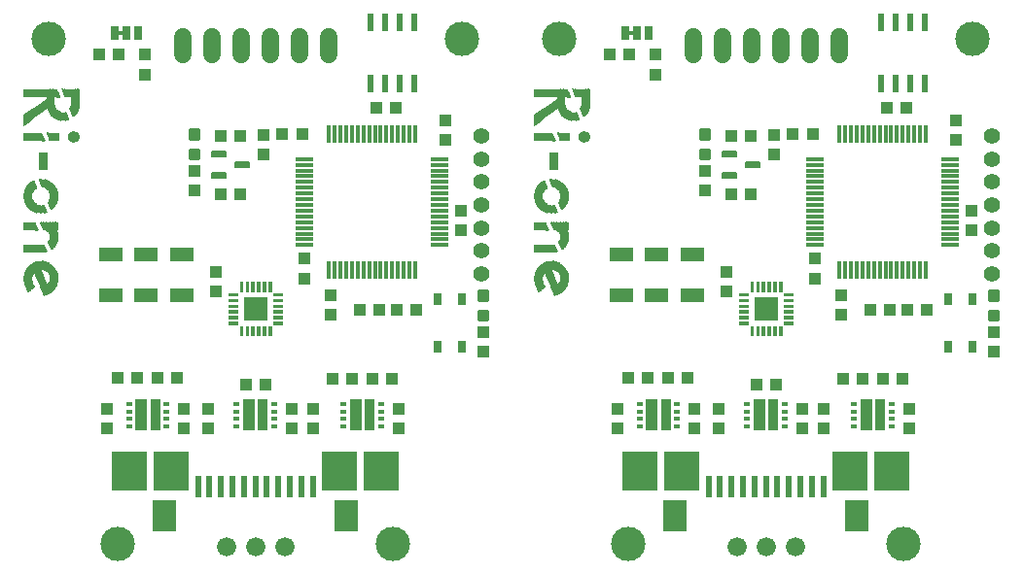
<source format=gbr>
G04 EAGLE Gerber RS-274X export*
G75*
%MOMM*%
%FSLAX34Y34*%
%LPD*%
%INSoldermask Top*%
%IPPOS*%
%AMOC8*
5,1,8,0,0,1.08239X$1,22.5*%
G01*
%ADD10R,0.028700X0.746500*%
%ADD11R,0.028700X0.947300*%
%ADD12R,0.028700X0.746400*%
%ADD13R,0.028700X0.516800*%
%ADD14R,0.028700X0.717700*%
%ADD15R,0.028700X0.689000*%
%ADD16R,0.028700X0.574200*%
%ADD17R,0.028706X0.746500*%
%ADD18R,0.028706X0.918600*%
%ADD19R,0.028706X0.746400*%
%ADD20R,0.028706X0.803800*%
%ADD21R,0.028706X0.717700*%
%ADD22R,0.028706X0.689000*%
%ADD23R,0.028706X0.861300*%
%ADD24R,0.028706X0.947300*%
%ADD25R,0.028706X0.976000*%
%ADD26R,0.028706X1.062200*%
%ADD27R,0.028713X0.746500*%
%ADD28R,0.028713X0.947300*%
%ADD29R,0.028713X0.746400*%
%ADD30R,0.028713X1.148400*%
%ADD31R,0.028713X0.717700*%
%ADD32R,0.028713X0.689000*%
%ADD33R,0.028713X1.234400*%
%ADD34R,0.028706X0.947400*%
%ADD35R,0.028706X1.263200*%
%ADD36R,0.028706X1.349300*%
%ADD37R,0.028700X0.918700*%
%ADD38R,0.028700X1.378000*%
%ADD39R,0.028700X1.464100*%
%ADD40R,0.028706X1.492800*%
%ADD41R,0.028706X1.579000*%
%ADD42R,0.028706X1.607600*%
%ADD43R,0.028706X1.693800*%
%ADD44R,0.028706X0.918700*%
%ADD45R,0.028706X1.665000*%
%ADD46R,0.028706X1.779900*%
%ADD47R,0.028713X0.947400*%
%ADD48R,0.028713X1.779900*%
%ADD49R,0.028713X1.866000*%
%ADD50R,0.028706X1.837300*%
%ADD51R,0.028706X1.952100*%
%ADD52R,0.028700X1.894800*%
%ADD53R,0.028700X2.038300*%
%ADD54R,0.028706X1.980900*%
%ADD55R,0.028706X2.124400*%
%ADD56R,0.028706X2.067000*%
%ADD57R,0.028706X2.181800*%
%ADD58R,0.028706X2.239300*%
%ADD59R,0.028713X0.918700*%
%ADD60R,0.028713X2.181800*%
%ADD61R,0.028713X2.268000*%
%ADD62R,0.028700X0.918600*%
%ADD63R,0.028700X2.239200*%
%ADD64R,0.028700X2.267900*%
%ADD65R,0.028706X2.267900*%
%ADD66R,0.028706X2.296600*%
%ADD67R,0.028706X2.354000*%
%ADD68R,0.028706X2.411500*%
%ADD69R,0.028700X2.468900*%
%ADD70R,0.028713X0.918600*%
%ADD71R,0.028713X2.468900*%
%ADD72R,0.028713X2.267900*%
%ADD73R,0.028706X2.526300*%
%ADD74R,0.028706X2.583800*%
%ADD75R,0.028706X2.239200*%
%ADD76R,0.028706X1.090900*%
%ADD77R,0.028706X1.091000*%
%ADD78R,0.028706X1.205800*%
%ADD79R,0.028706X1.033500*%
%ADD80R,0.028706X0.602900*%
%ADD81R,0.028700X0.976100*%
%ADD82R,0.028700X1.033500*%
%ADD83R,0.028700X0.488100*%
%ADD84R,0.028713X0.976100*%
%ADD85R,0.028713X0.373200*%
%ADD86R,0.028706X0.976100*%
%ADD87R,0.028706X0.287100*%
%ADD88R,0.028706X0.890000*%
%ADD89R,0.028706X0.229700*%
%ADD90R,0.028706X0.832500*%
%ADD91R,0.028706X0.143500*%
%ADD92R,0.028700X0.861300*%
%ADD93R,0.028700X0.947400*%
%ADD94R,0.028700X0.086100*%
%ADD95R,0.028706X0.631600*%
%ADD96R,0.028706X0.028700*%
%ADD97R,0.028713X0.516700*%
%ADD98R,0.028713X0.803800*%
%ADD99R,0.028713X1.119600*%
%ADD100R,0.028706X0.430600*%
%ADD101R,0.028706X0.602800*%
%ADD102R,0.028706X1.177000*%
%ADD103R,0.028706X0.344500*%
%ADD104R,0.028706X0.545400*%
%ADD105R,0.028706X1.291900*%
%ADD106R,0.028706X0.258400*%
%ADD107R,0.028706X0.775100*%
%ADD108R,0.028706X0.459300*%
%ADD109R,0.028700X0.889900*%
%ADD110R,0.028700X0.143500*%
%ADD111R,0.028700X0.775100*%
%ADD112R,0.028700X0.401900*%
%ADD113R,0.028700X1.435400*%
%ADD114R,0.028706X0.086100*%
%ADD115R,0.028706X0.315800*%
%ADD116R,0.028713X0.258300*%
%ADD117R,0.028713X1.578900*%
%ADD118R,0.028706X0.172200*%
%ADD119R,0.028706X1.665100*%
%ADD120R,0.028706X0.114800*%
%ADD121R,0.028706X1.722500*%
%ADD122R,0.028700X0.028700*%
%ADD123R,0.028700X1.808600*%
%ADD124R,0.028706X1.866000*%
%ADD125R,0.028706X0.057400*%
%ADD126R,0.028706X1.952200*%
%ADD127R,0.028713X0.143500*%
%ADD128R,0.028713X2.038300*%
%ADD129R,0.028706X1.578900*%
%ADD130R,0.028706X0.229600*%
%ADD131R,0.028706X2.095700*%
%ADD132R,0.028700X0.890000*%
%ADD133R,0.028700X1.578900*%
%ADD134R,0.028700X0.287000*%
%ADD135R,0.028700X2.181800*%
%ADD136R,0.028706X0.889900*%
%ADD137R,0.028706X0.373200*%
%ADD138R,0.028706X0.114900*%
%ADD139R,0.028706X2.325400*%
%ADD140R,0.028706X0.516700*%
%ADD141R,0.028706X0.172300*%
%ADD142R,0.028706X2.382800*%
%ADD143R,0.028713X0.889900*%
%ADD144R,0.028713X0.574100*%
%ADD145R,0.028713X0.258400*%
%ADD146R,0.028713X1.665100*%
%ADD147R,0.028706X0.660300*%
%ADD148R,0.028700X1.636300*%
%ADD149R,0.028706X0.631500*%
%ADD150R,0.028706X0.459400*%
%ADD151R,0.028706X0.545500*%
%ADD152R,0.028706X1.636400*%
%ADD153R,0.028706X0.488000*%
%ADD154R,0.028713X0.890000*%
%ADD155R,0.028713X0.401900*%
%ADD156R,0.028713X1.636400*%
%ADD157R,0.028700X0.344500*%
%ADD158R,0.028706X0.258300*%
%ADD159R,0.028706X0.200900*%
%ADD160R,0.028706X0.574200*%
%ADD161R,0.028706X1.521500*%
%ADD162R,0.028706X0.488100*%
%ADD163R,0.028706X1.435400*%
%ADD164R,0.028700X0.430600*%
%ADD165R,0.028700X1.349200*%
%ADD166R,0.028713X0.775100*%
%ADD167R,0.028713X0.344500*%
%ADD168R,0.028713X1.263100*%
%ADD169R,0.028706X0.201000*%
%ADD170R,0.028706X0.775200*%
%ADD171R,0.028706X1.119600*%
%ADD172R,0.028706X1.004800*%
%ADD173R,0.028706X0.803900*%
%ADD174R,0.028706X0.832600*%
%ADD175R,0.028700X1.693800*%
%ADD176R,0.028700X0.114900*%
%ADD177R,0.028700X0.832500*%
%ADD178R,0.028700X0.832600*%
%ADD179R,0.028700X0.861200*%
%ADD180R,0.028713X1.693800*%
%ADD181R,0.028713X0.201000*%
%ADD182R,0.028713X0.861200*%
%ADD183R,0.028713X0.832600*%
%ADD184R,0.028713X0.861300*%
%ADD185R,0.028706X1.751200*%
%ADD186R,0.028706X0.861200*%
%ADD187R,0.028706X1.837400*%
%ADD188R,0.028706X1.923500*%
%ADD189R,0.028706X0.401900*%
%ADD190R,0.028706X0.143600*%
%ADD191R,0.028700X1.980900*%
%ADD192R,0.028700X0.229700*%
%ADD193R,0.028706X2.038300*%
%ADD194R,0.028713X2.095700*%
%ADD195R,0.028713X0.631600*%
%ADD196R,0.028713X1.033500*%
%ADD197R,0.028713X0.602800*%
%ADD198R,0.028713X1.062200*%
%ADD199R,0.028713X0.459300*%
%ADD200R,0.028713X1.004800*%
%ADD201R,0.028706X2.181900*%
%ADD202R,0.028706X1.234500*%
%ADD203R,0.028706X1.234400*%
%ADD204R,0.028700X2.210600*%
%ADD205R,0.028700X2.354100*%
%ADD206R,0.028700X2.268000*%
%ADD207R,0.028700X2.555000*%
%ADD208R,0.028706X2.497600*%
%ADD209R,0.028706X2.268000*%
%ADD210R,0.028706X2.440200*%
%ADD211R,0.028713X2.325400*%
%ADD212R,0.028713X2.411500*%
%ADD213R,0.028706X2.354100*%
%ADD214R,0.028706X2.325300*%
%ADD215R,0.028700X2.382800*%
%ADD216R,0.028700X2.296600*%
%ADD217R,0.028706X2.210500*%
%ADD218R,0.028706X2.153100*%
%ADD219R,0.028713X2.124400*%
%ADD220R,0.028713X2.296700*%
%ADD221R,0.028706X2.497700*%
%ADD222R,0.028700X2.497700*%
%ADD223R,0.028700X2.009600*%
%ADD224R,0.028700X2.239300*%
%ADD225R,0.028706X1.320600*%
%ADD226R,0.028706X2.210600*%
%ADD227R,0.028706X1.148400*%
%ADD228R,0.028713X1.722500*%
%ADD229R,0.028700X1.607600*%
%ADD230R,0.028700X2.067000*%
%ADD231R,0.028706X2.009600*%
%ADD232R,0.028706X1.406700*%
%ADD233R,0.028706X1.148300*%
%ADD234R,0.028713X0.832500*%
%ADD235R,0.028700X0.803800*%
%ADD236R,0.028706X0.430700*%
%ADD237R,0.028700X0.201000*%
%ADD238R,0.028713X0.143600*%
%ADD239R,0.028706X0.057500*%
%ADD240R,0.028706X0.028800*%
%ADD241R,0.028700X0.258400*%
%ADD242R,0.028713X0.402000*%
%ADD243R,0.028700X0.602900*%
%ADD244R,0.028700X0.172300*%
%ADD245R,0.028706X0.574100*%
%ADD246R,0.028713X0.660300*%
%ADD247R,0.028700X2.181900*%
%ADD248R,0.028700X2.440200*%
%ADD249R,0.028700X2.296700*%
%ADD250R,0.028713X2.239300*%
%ADD251R,0.028706X2.153200*%
%ADD252R,0.028713X1.952200*%
%ADD253R,0.028706X1.866100*%
%ADD254R,0.028706X1.780000*%
%ADD255R,0.028700X0.315800*%
%ADD256R,0.028706X1.550300*%
%ADD257R,0.028706X1.378000*%
%ADD258R,1.000000X1.100000*%
%ADD259R,2.060000X1.270000*%
%ADD260C,0.067500*%
%ADD261R,2.000000X2.000000*%
%ADD262R,0.600000X1.900000*%
%ADD263R,2.100000X2.800000*%
%ADD264R,3.100000X3.500000*%
%ADD265R,1.100000X1.000000*%
%ADD266R,1.500000X0.300000*%
%ADD267R,0.300000X1.500000*%
%ADD268R,0.650000X1.050000*%
%ADD269C,0.300000*%
%ADD270R,0.620000X0.440000*%
%ADD271R,0.935000X2.800000*%
%ADD272R,1.005000X2.800000*%
%ADD273C,1.422400*%
%ADD274R,0.635000X1.270000*%
%ADD275C,1.676400*%
%ADD276C,1.524000*%
%ADD277R,0.600000X1.500000*%
%ADD278C,0.147500*%
%ADD279C,3.000000*%

G36*
X544737Y483550D02*
X544737Y483550D01*
X544803Y483552D01*
X544847Y483570D01*
X544893Y483578D01*
X544950Y483612D01*
X545011Y483637D01*
X545046Y483668D01*
X545087Y483692D01*
X545128Y483744D01*
X545177Y483788D01*
X545198Y483830D01*
X545228Y483867D01*
X545249Y483929D01*
X545279Y483988D01*
X545287Y484042D01*
X545300Y484079D01*
X545299Y484118D01*
X545307Y484173D01*
X545307Y486713D01*
X545295Y486778D01*
X545293Y486843D01*
X545276Y486887D01*
X545267Y486934D01*
X545234Y486990D01*
X545209Y487051D01*
X545177Y487086D01*
X545153Y487127D01*
X545102Y487168D01*
X545058Y487217D01*
X545016Y487239D01*
X544979Y487268D01*
X544917Y487289D01*
X544858Y487319D01*
X544804Y487328D01*
X544766Y487340D01*
X544727Y487339D01*
X544673Y487347D01*
X540863Y487347D01*
X540798Y487335D01*
X540732Y487334D01*
X540688Y487316D01*
X540642Y487307D01*
X540585Y487274D01*
X540524Y487249D01*
X540489Y487217D01*
X540449Y487193D01*
X540407Y487142D01*
X540359Y487098D01*
X540337Y487056D01*
X540307Y487019D01*
X540286Y486957D01*
X540256Y486898D01*
X540248Y486844D01*
X540235Y486807D01*
X540235Y486804D01*
X540236Y486767D01*
X540228Y486713D01*
X540228Y484173D01*
X540240Y484108D01*
X540242Y484042D01*
X540260Y483999D01*
X540268Y483952D01*
X540302Y483895D01*
X540326Y483834D01*
X540358Y483800D01*
X540382Y483759D01*
X540433Y483717D01*
X540478Y483669D01*
X540520Y483647D01*
X540556Y483617D01*
X540619Y483596D01*
X540677Y483566D01*
X540732Y483558D01*
X540769Y483546D01*
X540808Y483547D01*
X540863Y483539D01*
X544673Y483539D01*
X544737Y483550D01*
G37*
G36*
X100237Y483550D02*
X100237Y483550D01*
X100303Y483552D01*
X100347Y483570D01*
X100393Y483578D01*
X100450Y483612D01*
X100511Y483637D01*
X100546Y483668D01*
X100587Y483692D01*
X100628Y483744D01*
X100677Y483788D01*
X100698Y483830D01*
X100728Y483867D01*
X100749Y483929D01*
X100779Y483988D01*
X100787Y484042D01*
X100800Y484079D01*
X100799Y484118D01*
X100807Y484173D01*
X100807Y486713D01*
X100795Y486778D01*
X100793Y486843D01*
X100776Y486887D01*
X100767Y486934D01*
X100734Y486990D01*
X100709Y487051D01*
X100677Y487086D01*
X100653Y487127D01*
X100602Y487168D01*
X100558Y487217D01*
X100516Y487239D01*
X100479Y487268D01*
X100417Y487289D01*
X100358Y487319D01*
X100304Y487328D01*
X100266Y487340D01*
X100227Y487339D01*
X100173Y487347D01*
X96363Y487347D01*
X96298Y487335D01*
X96232Y487334D01*
X96188Y487316D01*
X96142Y487307D01*
X96085Y487274D01*
X96024Y487249D01*
X95989Y487217D01*
X95949Y487193D01*
X95907Y487142D01*
X95859Y487098D01*
X95837Y487056D01*
X95807Y487019D01*
X95786Y486957D01*
X95756Y486898D01*
X95748Y486844D01*
X95735Y486807D01*
X95735Y486804D01*
X95736Y486767D01*
X95728Y486713D01*
X95728Y484173D01*
X95740Y484108D01*
X95742Y484042D01*
X95760Y483999D01*
X95768Y483952D01*
X95802Y483895D01*
X95826Y483834D01*
X95858Y483800D01*
X95882Y483759D01*
X95933Y483717D01*
X95978Y483669D01*
X96020Y483647D01*
X96056Y483617D01*
X96119Y483596D01*
X96177Y483566D01*
X96232Y483558D01*
X96269Y483546D01*
X96308Y483547D01*
X96363Y483539D01*
X100173Y483539D01*
X100237Y483550D01*
G37*
D10*
X14928Y432773D03*
D11*
X14928Y409663D03*
D12*
X14928Y394592D03*
D13*
X14928Y343204D03*
D14*
X14928Y316936D03*
D15*
X14928Y297845D03*
D16*
X14928Y271147D03*
D17*
X15215Y432773D03*
D18*
X15215Y409807D03*
D19*
X15215Y394592D03*
D20*
X15215Y343204D03*
D21*
X15215Y316936D03*
D22*
X15215Y297845D03*
D23*
X15215Y271146D03*
D17*
X15502Y432773D03*
D24*
X15502Y409950D03*
D19*
X15502Y394592D03*
D25*
X15502Y343204D03*
D21*
X15502Y316936D03*
D22*
X15502Y297845D03*
D26*
X15502Y271003D03*
D27*
X15789Y432773D03*
D28*
X15789Y410237D03*
D29*
X15789Y394592D03*
D30*
X15789Y343204D03*
D31*
X15789Y316936D03*
D32*
X15789Y297845D03*
D33*
X15789Y271003D03*
D17*
X16077Y432773D03*
D34*
X16077Y410525D03*
D19*
X16077Y394592D03*
D35*
X16077Y343204D03*
D21*
X16077Y316936D03*
D22*
X16077Y297845D03*
D36*
X16077Y271003D03*
D10*
X16364Y432773D03*
D37*
X16364Y410668D03*
D12*
X16364Y394592D03*
D38*
X16364Y343204D03*
D14*
X16364Y316936D03*
D15*
X16364Y297845D03*
D39*
X16364Y271003D03*
D17*
X16651Y432773D03*
D34*
X16651Y410812D03*
D19*
X16651Y394592D03*
D40*
X16651Y343204D03*
D21*
X16651Y316936D03*
D22*
X16651Y297845D03*
D41*
X16651Y271003D03*
D17*
X16938Y432773D03*
D34*
X16938Y411099D03*
D19*
X16938Y394592D03*
D42*
X16938Y343204D03*
D21*
X16938Y316936D03*
D22*
X16938Y297845D03*
D43*
X16938Y271003D03*
D17*
X17225Y432773D03*
D44*
X17225Y411242D03*
D19*
X17225Y394592D03*
D45*
X17225Y343204D03*
D21*
X17225Y316936D03*
D22*
X17225Y297845D03*
D46*
X17225Y270859D03*
D27*
X17512Y432773D03*
D47*
X17512Y411386D03*
D29*
X17512Y394592D03*
D48*
X17512Y343204D03*
D31*
X17512Y316936D03*
D32*
X17512Y297845D03*
D49*
X17512Y271003D03*
D17*
X17799Y432773D03*
D34*
X17799Y411673D03*
D19*
X17799Y394592D03*
D50*
X17799Y343204D03*
D21*
X17799Y316936D03*
D22*
X17799Y297845D03*
D51*
X17799Y270859D03*
D10*
X18086Y432773D03*
D37*
X18086Y411816D03*
D12*
X18086Y394592D03*
D52*
X18086Y343204D03*
D14*
X18086Y316936D03*
D15*
X18086Y297845D03*
D53*
X18086Y271003D03*
D17*
X18373Y432773D03*
D44*
X18373Y412103D03*
D19*
X18373Y394592D03*
D54*
X18373Y343060D03*
D21*
X18373Y316936D03*
D22*
X18373Y297845D03*
D55*
X18373Y270860D03*
D17*
X18660Y432773D03*
D34*
X18660Y412247D03*
D19*
X18660Y394592D03*
D56*
X18660Y343204D03*
D21*
X18660Y316936D03*
D22*
X18660Y297845D03*
D57*
X18660Y270860D03*
D17*
X18947Y432773D03*
D34*
X18947Y412534D03*
D19*
X18947Y394592D03*
D55*
X18947Y343204D03*
D21*
X18947Y316936D03*
D22*
X18947Y297845D03*
D58*
X18947Y270859D03*
D27*
X19234Y432773D03*
D59*
X19234Y412677D03*
D29*
X19234Y394592D03*
D60*
X19234Y343204D03*
D31*
X19234Y316936D03*
D32*
X19234Y297845D03*
D61*
X19234Y271003D03*
D10*
X19521Y432773D03*
D62*
X19521Y412965D03*
D12*
X19521Y394592D03*
D63*
X19521Y343204D03*
D14*
X19521Y316936D03*
D15*
X19521Y297845D03*
D64*
X19521Y271290D03*
D17*
X19809Y432773D03*
D24*
X19809Y413108D03*
D19*
X19809Y394592D03*
D65*
X19809Y343060D03*
D21*
X19809Y316936D03*
D22*
X19809Y297845D03*
D65*
X19809Y271577D03*
D17*
X20096Y432773D03*
D18*
X20096Y413252D03*
D19*
X20096Y394592D03*
D66*
X20096Y343204D03*
D21*
X20096Y316936D03*
D22*
X20096Y297845D03*
D65*
X20096Y271864D03*
D17*
X20383Y432773D03*
D18*
X20383Y413539D03*
D19*
X20383Y394592D03*
D67*
X20383Y343204D03*
D21*
X20383Y316936D03*
D22*
X20383Y297845D03*
D66*
X20383Y272008D03*
D17*
X20670Y432773D03*
D24*
X20670Y413682D03*
D19*
X20670Y394592D03*
D68*
X20670Y343204D03*
D21*
X20670Y316936D03*
D22*
X20670Y297845D03*
D65*
X20670Y272151D03*
D10*
X20957Y432773D03*
D62*
X20957Y413826D03*
D12*
X20957Y394592D03*
D69*
X20957Y343204D03*
D14*
X20957Y316936D03*
D15*
X20957Y297845D03*
D64*
X20957Y272438D03*
D27*
X21244Y432773D03*
D70*
X21244Y414113D03*
D29*
X21244Y394592D03*
D71*
X21244Y343204D03*
D31*
X21244Y316936D03*
D32*
X21244Y297845D03*
D72*
X21244Y272725D03*
D17*
X21531Y432773D03*
D44*
X21531Y414400D03*
D19*
X21531Y394592D03*
D73*
X21531Y343204D03*
D21*
X21531Y316936D03*
D22*
X21531Y297845D03*
D65*
X21531Y273012D03*
D17*
X21818Y432773D03*
D34*
X21818Y414544D03*
D19*
X21818Y394592D03*
D74*
X21818Y343204D03*
D21*
X21818Y316936D03*
D22*
X21818Y297845D03*
D75*
X21818Y273156D03*
D17*
X22105Y432773D03*
D44*
X22105Y414687D03*
D19*
X22105Y394592D03*
D76*
X22105Y350668D03*
D77*
X22105Y335740D03*
D21*
X22105Y316936D03*
D22*
X22105Y297845D03*
D78*
X22105Y278611D03*
D19*
X22105Y265979D03*
D17*
X22392Y432773D03*
D44*
X22392Y414974D03*
D19*
X22392Y394592D03*
D79*
X22392Y351242D03*
X22392Y335165D03*
D21*
X22392Y316936D03*
D22*
X22392Y297845D03*
D77*
X22392Y279185D03*
D80*
X22392Y265261D03*
D10*
X22679Y432773D03*
D37*
X22679Y415261D03*
D12*
X22679Y394592D03*
D81*
X22679Y351529D03*
X22679Y334878D03*
D14*
X22679Y316936D03*
D15*
X22679Y297845D03*
D82*
X22679Y279759D03*
D83*
X22679Y264974D03*
D27*
X22966Y432773D03*
D59*
X22966Y415261D03*
D29*
X22966Y394592D03*
D47*
X22966Y351960D03*
X22966Y334448D03*
D31*
X22966Y316936D03*
D32*
X22966Y297845D03*
D84*
X22966Y280046D03*
D85*
X22966Y264687D03*
D17*
X23254Y432773D03*
D44*
X23254Y415548D03*
D19*
X23254Y394592D03*
D44*
X23254Y352103D03*
X23254Y334304D03*
D21*
X23254Y316936D03*
D22*
X23254Y297845D03*
D86*
X23254Y280333D03*
D87*
X23254Y264543D03*
D17*
X23541Y432773D03*
D44*
X23541Y415835D03*
D19*
X23541Y394592D03*
D88*
X23541Y352534D03*
X23541Y333874D03*
D21*
X23541Y316936D03*
D22*
X23541Y297845D03*
D44*
X23541Y280620D03*
D89*
X23541Y264543D03*
D17*
X23828Y432773D03*
D44*
X23828Y415835D03*
D19*
X23828Y394592D03*
D90*
X23828Y352534D03*
D23*
X23828Y333730D03*
D21*
X23828Y316936D03*
D22*
X23828Y297845D03*
D88*
X23828Y281051D03*
D91*
X23828Y264400D03*
D10*
X24115Y432773D03*
D37*
X24115Y416122D03*
D12*
X24115Y394592D03*
D14*
X24115Y352247D03*
D92*
X24115Y333443D03*
D14*
X24115Y316936D03*
D15*
X24115Y297845D03*
D93*
X24115Y280764D03*
D94*
X24115Y264400D03*
D17*
X24402Y432773D03*
D18*
X24402Y416410D03*
D19*
X24402Y394592D03*
D95*
X24402Y352104D03*
D90*
X24402Y333299D03*
D21*
X24402Y316936D03*
D22*
X24402Y297845D03*
D26*
X24402Y280477D03*
D96*
X24402Y264113D03*
D27*
X24689Y432773D03*
D70*
X24689Y416697D03*
D29*
X24689Y394592D03*
D97*
X24689Y351816D03*
D98*
X24689Y333156D03*
D32*
X24689Y316793D03*
X24689Y297845D03*
D99*
X24689Y280190D03*
D17*
X24976Y432773D03*
D18*
X24976Y416697D03*
D19*
X24976Y394592D03*
D100*
X24976Y351673D03*
D20*
X24976Y332869D03*
D101*
X24976Y316362D03*
D22*
X24976Y297845D03*
D102*
X24976Y279903D03*
D17*
X25263Y432773D03*
D18*
X25263Y416984D03*
D19*
X25263Y394592D03*
D103*
X25263Y351242D03*
D20*
X25263Y332869D03*
D104*
X25263Y316075D03*
D22*
X25263Y297845D03*
D105*
X25263Y279615D03*
D17*
X25550Y432773D03*
D18*
X25550Y417271D03*
D19*
X25550Y394592D03*
D106*
X25550Y351099D03*
D107*
X25550Y332725D03*
D108*
X25550Y315644D03*
D22*
X25550Y297845D03*
D36*
X25550Y279328D03*
D10*
X25837Y432773D03*
D109*
X25837Y417414D03*
D12*
X25837Y394592D03*
D110*
X25837Y350811D03*
D111*
X25837Y332438D03*
D112*
X25837Y315357D03*
D15*
X25837Y297845D03*
D113*
X25837Y278898D03*
D17*
X26124Y432773D03*
D18*
X26124Y417558D03*
D19*
X26124Y394592D03*
D114*
X26124Y350524D03*
D107*
X26124Y332438D03*
D115*
X26124Y314927D03*
D22*
X26124Y297845D03*
D40*
X26124Y278611D03*
D27*
X26411Y432773D03*
D59*
X26411Y417845D03*
D29*
X26411Y394592D03*
X26411Y332295D03*
D116*
X26411Y314639D03*
D32*
X26411Y297845D03*
D117*
X26411Y278467D03*
D17*
X26699Y432773D03*
D88*
X26699Y417989D03*
D19*
X26699Y394592D03*
X26699Y332295D03*
D118*
X26699Y314209D03*
D22*
X26699Y297845D03*
D119*
X26699Y278036D03*
D17*
X26986Y432773D03*
D44*
X26986Y418132D03*
D19*
X26986Y394592D03*
X26986Y332008D03*
D120*
X26986Y313922D03*
D22*
X26986Y297845D03*
D121*
X26986Y277749D03*
D10*
X27273Y432773D03*
D37*
X27273Y418419D03*
D12*
X27273Y394592D03*
X27273Y332008D03*
D122*
X27273Y313491D03*
D15*
X27273Y297845D03*
D123*
X27273Y277319D03*
D17*
X27560Y432773D03*
D88*
X27560Y418563D03*
D19*
X27560Y394592D03*
X27560Y332008D03*
D22*
X27560Y297845D03*
D124*
X27560Y277032D03*
D17*
X27847Y432773D03*
D88*
X27847Y418850D03*
D19*
X27847Y394592D03*
D125*
X27847Y357845D03*
D21*
X27847Y331864D03*
D22*
X27847Y297845D03*
D126*
X27847Y276601D03*
D27*
X28134Y432773D03*
D59*
X28134Y418993D03*
D29*
X28134Y394592D03*
D127*
X28134Y357414D03*
D31*
X28134Y331864D03*
D32*
X28134Y297845D03*
D128*
X28134Y276457D03*
D17*
X28421Y432773D03*
D44*
X28421Y419280D03*
D19*
X28421Y394592D03*
D129*
X28421Y374065D03*
D130*
X28421Y356984D03*
D21*
X28421Y331864D03*
D22*
X28421Y297845D03*
D131*
X28421Y276170D03*
D10*
X28708Y432773D03*
D132*
X28708Y419424D03*
D12*
X28708Y394592D03*
D133*
X28708Y374065D03*
D134*
X28708Y356697D03*
D14*
X28708Y331864D03*
D15*
X28708Y297845D03*
D135*
X28708Y275740D03*
D17*
X28995Y432773D03*
D136*
X28995Y419711D03*
D19*
X28995Y394592D03*
D129*
X28995Y374065D03*
D137*
X28995Y356266D03*
D21*
X28995Y331864D03*
D22*
X28995Y297845D03*
D75*
X28995Y275453D03*
D17*
X29282Y432773D03*
D18*
X29282Y419855D03*
D19*
X29282Y394592D03*
D129*
X29282Y374065D03*
D100*
X29282Y355979D03*
D22*
X29282Y331721D03*
D138*
X29282Y319950D03*
D22*
X29282Y297845D03*
D139*
X29282Y275022D03*
D17*
X29569Y432773D03*
D136*
X29569Y419998D03*
D19*
X29569Y394592D03*
D129*
X29569Y374065D03*
D140*
X29569Y355548D03*
D22*
X29569Y331721D03*
D141*
X29569Y319663D03*
D22*
X29569Y297845D03*
D142*
X29569Y274735D03*
D27*
X29856Y432773D03*
D143*
X29856Y420285D03*
D29*
X29856Y394592D03*
D117*
X29856Y374065D03*
D144*
X29856Y355261D03*
D32*
X29856Y331721D03*
D145*
X29856Y319233D03*
D32*
X29856Y297845D03*
D29*
X29856Y282917D03*
D146*
X29856Y270285D03*
D17*
X30144Y432773D03*
D18*
X30144Y420429D03*
D19*
X30144Y394592D03*
D129*
X30144Y374065D03*
D147*
X30144Y354830D03*
D22*
X30144Y331721D03*
D115*
X30144Y318946D03*
D22*
X30144Y297845D03*
D19*
X30144Y282917D03*
D119*
X30144Y269711D03*
D10*
X30431Y432773D03*
D109*
X30431Y420572D03*
D15*
X30431Y394305D03*
D133*
X30431Y374065D03*
D14*
X30431Y354543D03*
X30431Y331864D03*
D112*
X30431Y318515D03*
D15*
X30431Y297845D03*
D12*
X30431Y282917D03*
D148*
X30431Y268993D03*
D17*
X30718Y432773D03*
D136*
X30718Y420859D03*
D149*
X30718Y394017D03*
D129*
X30718Y374065D03*
D21*
X30718Y354543D03*
X30718Y331864D03*
D150*
X30718Y318228D03*
D22*
X30718Y297845D03*
D19*
X30718Y282917D03*
D45*
X30718Y268276D03*
D17*
X31005Y432773D03*
D136*
X31005Y421146D03*
D104*
X31005Y393587D03*
D129*
X31005Y374065D03*
D21*
X31005Y354543D03*
X31005Y331864D03*
D151*
X31005Y317797D03*
D22*
X31005Y297845D03*
D107*
X31005Y282773D03*
D152*
X31005Y267558D03*
D17*
X31292Y432773D03*
D44*
X31292Y421290D03*
D153*
X31292Y393300D03*
D129*
X31292Y374065D03*
D21*
X31292Y354543D03*
X31292Y331864D03*
D80*
X31292Y317510D03*
D22*
X31292Y297845D03*
D107*
X31292Y282773D03*
D119*
X31292Y266840D03*
D27*
X31579Y432773D03*
D154*
X31579Y421434D03*
D155*
X31579Y392869D03*
D117*
X31579Y374065D03*
D31*
X31579Y354543D03*
X31579Y331864D03*
D32*
X31579Y317080D03*
X31579Y297845D03*
D29*
X31579Y282630D03*
D156*
X31579Y266123D03*
D10*
X31866Y432773D03*
D132*
X31866Y421721D03*
D157*
X31866Y392582D03*
D133*
X31866Y374065D03*
D12*
X31866Y354400D03*
X31866Y332008D03*
D14*
X31866Y316936D03*
D15*
X31866Y297845D03*
D12*
X31866Y282630D03*
D148*
X31866Y265548D03*
D17*
X32153Y432773D03*
D88*
X32153Y422008D03*
D158*
X32153Y392151D03*
D129*
X32153Y374065D03*
D19*
X32153Y354400D03*
X32153Y332008D03*
D21*
X32153Y316936D03*
D22*
X32153Y297845D03*
D19*
X32153Y282630D03*
D45*
X32153Y264831D03*
D17*
X32440Y432773D03*
D88*
X32440Y422008D03*
D159*
X32440Y391864D03*
D129*
X32440Y374065D03*
D21*
X32440Y354256D03*
D22*
X32440Y331721D03*
D21*
X32440Y316936D03*
D95*
X32440Y297558D03*
D107*
X32440Y282486D03*
D129*
X32440Y264400D03*
D17*
X32727Y432773D03*
D88*
X32727Y422295D03*
D120*
X32727Y391434D03*
D129*
X32727Y374065D03*
D19*
X32727Y354113D03*
D160*
X32727Y331434D03*
D21*
X32727Y316936D03*
D160*
X32727Y297271D03*
D107*
X32727Y282486D03*
D161*
X32727Y264113D03*
D17*
X33014Y432773D03*
D88*
X33014Y422582D03*
D125*
X33014Y391147D03*
D129*
X33014Y374065D03*
D19*
X33014Y354113D03*
D140*
X33014Y331146D03*
D21*
X33014Y316936D03*
D162*
X33014Y296840D03*
D20*
X33014Y282343D03*
D163*
X33014Y263683D03*
D10*
X33301Y432773D03*
D132*
X33301Y422582D03*
D133*
X33301Y374065D03*
D111*
X33301Y353969D03*
D164*
X33301Y330716D03*
D12*
X33301Y316793D03*
D164*
X33301Y296553D03*
D111*
X33301Y282199D03*
D165*
X33301Y263539D03*
D27*
X33588Y432773D03*
D154*
X33588Y422869D03*
D117*
X33588Y374065D03*
D166*
X33588Y353969D03*
D85*
X33588Y330429D03*
D29*
X33588Y316793D03*
D167*
X33588Y296122D03*
D98*
X33588Y282056D03*
D168*
X33588Y263108D03*
D17*
X33876Y432773D03*
D88*
X33876Y423156D03*
D129*
X33876Y374065D03*
D107*
X33876Y353682D03*
D106*
X33876Y330142D03*
D19*
X33876Y316793D03*
D87*
X33876Y295835D03*
D20*
X33876Y282056D03*
D102*
X33876Y262965D03*
D17*
X34163Y432773D03*
D136*
X34163Y423443D03*
D129*
X34163Y374065D03*
D107*
X34163Y353682D03*
D169*
X34163Y329855D03*
D170*
X34163Y316649D03*
D169*
X34163Y295405D03*
D90*
X34163Y281912D03*
D171*
X34163Y262678D03*
D17*
X34450Y432773D03*
D136*
X34450Y423443D03*
D129*
X34450Y374065D03*
D20*
X34450Y353539D03*
D120*
X34450Y329424D03*
D170*
X34450Y316649D03*
D138*
X34450Y295261D03*
D20*
X34450Y281769D03*
D172*
X34450Y262391D03*
D121*
X34737Y427893D03*
D125*
X34737Y398037D03*
D129*
X34737Y374065D03*
D20*
X34737Y353252D03*
D96*
X34737Y329280D03*
D173*
X34737Y316505D03*
D96*
X34737Y294830D03*
D174*
X34737Y281625D03*
D24*
X34737Y262103D03*
D175*
X35024Y428037D03*
D176*
X35024Y397749D03*
D177*
X35024Y353108D03*
D178*
X35024Y316362D03*
D92*
X35024Y281481D03*
D179*
X35024Y261673D03*
D180*
X35311Y428037D03*
D181*
X35311Y397319D03*
D182*
X35311Y352965D03*
D183*
X35311Y316362D03*
D184*
X35311Y281194D03*
D182*
X35311Y261960D03*
D185*
X35598Y427750D03*
D106*
X35598Y397032D03*
D186*
X35598Y352678D03*
D23*
X35598Y316218D03*
D88*
X35598Y281051D03*
D18*
X35598Y262247D03*
D187*
X35885Y427319D03*
D103*
X35885Y396601D03*
D88*
X35885Y352534D03*
D138*
X35885Y337749D03*
D88*
X35885Y316075D03*
D96*
X35885Y303156D03*
D88*
X35885Y280764D03*
D44*
X35885Y262534D03*
D188*
X36172Y426888D03*
D189*
X36172Y396314D03*
D88*
X36172Y352247D03*
D169*
X36172Y337606D03*
D44*
X36172Y315931D03*
D190*
X36172Y302869D03*
D44*
X36172Y280620D03*
D34*
X36172Y262678D03*
D191*
X36459Y426601D03*
D83*
X36459Y395883D03*
D93*
X36459Y351960D03*
D157*
X36459Y337462D03*
D81*
X36459Y315644D03*
D192*
X36459Y302725D03*
D93*
X36459Y280190D03*
X36459Y262965D03*
D193*
X36746Y426314D03*
D151*
X36746Y395596D03*
D86*
X36746Y351529D03*
D108*
X36746Y337462D03*
D172*
X36746Y315501D03*
D137*
X36746Y302582D03*
D86*
X36746Y280046D03*
D172*
X36746Y263252D03*
D194*
X37033Y426027D03*
D195*
X37033Y395166D03*
D196*
X37033Y351242D03*
D197*
X37033Y337319D03*
D198*
X37033Y315214D03*
D199*
X37033Y302438D03*
D200*
X37033Y279616D03*
D196*
X37033Y263682D03*
D55*
X37321Y425884D03*
D22*
X37321Y394879D03*
D26*
X37321Y350812D03*
D21*
X37321Y337318D03*
D171*
X37321Y314927D03*
D149*
X37321Y302438D03*
D77*
X37321Y279185D03*
D171*
X37321Y264113D03*
D201*
X37608Y425596D03*
D19*
X37608Y394592D03*
D78*
X37608Y350094D03*
D34*
X37608Y337606D03*
D202*
X37608Y314352D03*
D173*
X37608Y302725D03*
D203*
X37608Y278180D03*
D35*
X37608Y265118D03*
D204*
X37895Y425453D03*
D12*
X37895Y394592D03*
D205*
X37895Y344065D03*
D206*
X37895Y309185D03*
D207*
X37895Y271577D03*
D58*
X38182Y425309D03*
D19*
X38182Y394592D03*
D68*
X38182Y343491D03*
D139*
X38182Y308898D03*
D208*
X38182Y271577D03*
D209*
X38469Y425166D03*
D19*
X38469Y394592D03*
D210*
X38469Y343348D03*
D68*
X38469Y308467D03*
D210*
X38469Y271577D03*
D211*
X38756Y424879D03*
D29*
X38756Y394592D03*
D212*
X38756Y343204D03*
X38756Y308467D03*
X38756Y271720D03*
D213*
X39043Y424735D03*
D19*
X39043Y394592D03*
D67*
X39043Y343204D03*
D68*
X39043Y308467D03*
D142*
X39043Y271577D03*
X39330Y424592D03*
D19*
X39330Y394592D03*
D66*
X39330Y343204D03*
D142*
X39330Y308611D03*
D214*
X39330Y271577D03*
D215*
X39617Y424592D03*
D12*
X39617Y394592D03*
D216*
X39617Y343204D03*
D205*
X39617Y308754D03*
D64*
X39617Y271577D03*
D68*
X39904Y424448D03*
D19*
X39904Y394592D03*
D75*
X39904Y343204D03*
D139*
X39904Y308898D03*
D217*
X39904Y271577D03*
D210*
X40191Y424305D03*
D19*
X40191Y394592D03*
D57*
X40191Y343204D03*
D139*
X40191Y308898D03*
D218*
X40191Y271577D03*
D71*
X40478Y424161D03*
D29*
X40478Y394592D03*
D219*
X40478Y343204D03*
D220*
X40478Y309041D03*
D194*
X40478Y271577D03*
D221*
X40766Y424017D03*
D19*
X40766Y394592D03*
D56*
X40766Y343204D03*
D209*
X40766Y309185D03*
D193*
X40766Y271577D03*
D222*
X41053Y424017D03*
D12*
X41053Y394592D03*
D223*
X41053Y343204D03*
D224*
X41053Y309328D03*
D191*
X41053Y271577D03*
D17*
X41340Y432773D03*
D225*
X41340Y417845D03*
D19*
X41340Y394592D03*
D188*
X41340Y343347D03*
D226*
X41340Y309472D03*
D188*
X41340Y271577D03*
D17*
X41627Y432773D03*
D227*
X41627Y416984D03*
D19*
X41627Y394592D03*
D50*
X41627Y343204D03*
D201*
X41627Y309615D03*
D124*
X41627Y271577D03*
D17*
X41914Y432773D03*
D26*
X41914Y416266D03*
D19*
X41914Y394592D03*
D46*
X41914Y343204D03*
D55*
X41914Y309903D03*
D185*
X41914Y271577D03*
D27*
X42201Y432773D03*
D196*
X42201Y415835D03*
D29*
X42201Y394592D03*
D228*
X42201Y343204D03*
D194*
X42201Y310046D03*
D180*
X42201Y271577D03*
D10*
X42488Y432773D03*
D81*
X42488Y415548D03*
D12*
X42488Y394592D03*
D229*
X42488Y343204D03*
D230*
X42488Y310190D03*
D133*
X42488Y271577D03*
D17*
X42775Y432773D03*
D34*
X42775Y415118D03*
D19*
X42775Y394592D03*
D40*
X42775Y343204D03*
D231*
X42775Y310477D03*
D161*
X42775Y271577D03*
D17*
X43062Y432773D03*
D88*
X43062Y414831D03*
D19*
X43062Y394592D03*
D232*
X43062Y343347D03*
D126*
X43062Y310764D03*
D232*
X43062Y271577D03*
D17*
X43349Y432773D03*
D23*
X43349Y414687D03*
D19*
X43349Y394592D03*
D105*
X43349Y343347D03*
D188*
X43349Y310907D03*
D105*
X43349Y271577D03*
D21*
X43636Y432629D03*
D186*
X43636Y414400D03*
D19*
X43636Y394592D03*
D227*
X43636Y343204D03*
D21*
X43636Y316936D03*
D76*
X43636Y307318D03*
D233*
X43636Y271720D03*
D195*
X43923Y432199D03*
D234*
X43923Y414256D03*
D29*
X43923Y394592D03*
D196*
X43923Y343204D03*
D31*
X43923Y316936D03*
D28*
X43923Y307462D03*
D200*
X43923Y271577D03*
D16*
X44210Y431912D03*
D177*
X44210Y413969D03*
D12*
X44210Y394592D03*
D235*
X44210Y343204D03*
D14*
X44210Y316936D03*
D111*
X44210Y307462D03*
D235*
X44210Y271721D03*
D162*
X44498Y431481D03*
D20*
X44498Y413826D03*
D19*
X44498Y394592D03*
D160*
X44498Y343204D03*
D21*
X44498Y316936D03*
D151*
X44498Y307462D03*
X44498Y271577D03*
D236*
X44785Y431194D03*
D20*
X44785Y413826D03*
D19*
X44785Y394592D03*
D103*
X45072Y430763D03*
D107*
X45072Y413682D03*
D19*
X45072Y394592D03*
D87*
X45359Y430476D03*
D20*
X45359Y413539D03*
D19*
X45359Y394592D03*
D237*
X45646Y430046D03*
D111*
X45646Y413395D03*
D238*
X45933Y429759D03*
D166*
X45933Y413395D03*
D239*
X46220Y429328D03*
D19*
X46220Y413252D03*
X46507Y413252D03*
D107*
X46794Y413108D03*
D19*
X47081Y412965D03*
D12*
X47368Y412965D03*
D29*
X47655Y412965D03*
D240*
X47943Y436362D03*
D19*
X47943Y412965D03*
D138*
X48230Y435931D03*
D19*
X48230Y412965D03*
D141*
X48517Y435644D03*
D19*
X48517Y412965D03*
D241*
X48804Y435214D03*
D12*
X48804Y412965D03*
D115*
X49091Y434927D03*
D19*
X49091Y412965D03*
D242*
X49378Y434496D03*
D29*
X49378Y412965D03*
D150*
X49665Y434209D03*
D19*
X49665Y412965D03*
D151*
X49952Y433778D03*
D19*
X49952Y412965D03*
D243*
X50239Y433491D03*
D12*
X50239Y412965D03*
D22*
X50526Y433061D03*
D19*
X50526Y412965D03*
D17*
X50813Y432773D03*
D19*
X50813Y412965D03*
D27*
X51100Y432773D03*
D166*
X51100Y413108D03*
D17*
X51388Y432773D03*
D19*
X51388Y412965D03*
D17*
X51675Y432773D03*
D147*
X51675Y412821D03*
D10*
X51962Y432773D03*
D16*
X51962Y412391D03*
D17*
X52249Y432773D03*
D140*
X52249Y412103D03*
D17*
X52536Y432773D03*
D100*
X52536Y411673D03*
D27*
X52823Y432773D03*
D85*
X52823Y411386D03*
D17*
X53110Y432773D03*
D106*
X53110Y411099D03*
D10*
X53397Y432773D03*
D237*
X53397Y410812D03*
D244*
X53397Y394591D03*
D17*
X53684Y432773D03*
D120*
X53684Y410381D03*
D189*
X53684Y394591D03*
D17*
X53971Y432773D03*
D125*
X53971Y410094D03*
D153*
X53971Y394735D03*
D17*
X54258Y432773D03*
D245*
X54258Y394591D03*
D27*
X54545Y432773D03*
D246*
X54545Y394735D03*
D10*
X54832Y432773D03*
D94*
X54832Y419424D03*
D14*
X54832Y394735D03*
D17*
X55120Y432773D03*
D89*
X55120Y419280D03*
D19*
X55120Y394592D03*
D17*
X55407Y432773D03*
D103*
X55407Y419280D03*
D20*
X55407Y394592D03*
D17*
X55694Y432773D03*
D140*
X55694Y419280D03*
D90*
X55694Y394735D03*
D17*
X55981Y432773D03*
D22*
X55981Y419568D03*
D23*
X55981Y394591D03*
D27*
X56268Y432773D03*
D198*
X56268Y420573D03*
D154*
X56268Y394735D03*
D247*
X56555Y425596D03*
D37*
X56555Y394591D03*
D209*
X56842Y425166D03*
D44*
X56842Y394591D03*
D139*
X57129Y424879D03*
D34*
X57129Y394735D03*
D68*
X57416Y424448D03*
D34*
X57416Y394735D03*
D210*
X57703Y424305D03*
D34*
X57703Y394735D03*
D248*
X57990Y424305D03*
D93*
X57990Y394735D03*
D212*
X58277Y424448D03*
D47*
X58277Y394735D03*
D142*
X58565Y424592D03*
D34*
X58565Y394735D03*
D213*
X58852Y424735D03*
D34*
X58852Y394735D03*
D139*
X59139Y424879D03*
D44*
X59139Y394591D03*
D249*
X59426Y425022D03*
D37*
X59426Y394591D03*
D209*
X59713Y425166D03*
D88*
X59713Y394735D03*
D250*
X60000Y425309D03*
D154*
X60000Y394735D03*
D226*
X60287Y425453D03*
D23*
X60287Y394591D03*
D251*
X60574Y425740D03*
D90*
X60574Y394735D03*
D55*
X60861Y425884D03*
D107*
X60861Y394735D03*
D230*
X61148Y426171D03*
D12*
X61148Y394592D03*
D231*
X61435Y426458D03*
D22*
X61435Y394592D03*
D252*
X61722Y426745D03*
D195*
X61722Y394592D03*
D253*
X62010Y427175D03*
D104*
X62010Y394735D03*
D254*
X62297Y427606D03*
D108*
X62297Y394591D03*
D175*
X62584Y428037D03*
D255*
X62584Y394735D03*
D256*
X62871Y428754D03*
D257*
X63158Y429616D03*
D10*
X459428Y432773D03*
D11*
X459428Y409663D03*
D12*
X459428Y394592D03*
D13*
X459428Y343204D03*
D14*
X459428Y316936D03*
D15*
X459428Y297845D03*
D16*
X459428Y271147D03*
D17*
X459715Y432773D03*
D18*
X459715Y409807D03*
D19*
X459715Y394592D03*
D20*
X459715Y343204D03*
D21*
X459715Y316936D03*
D22*
X459715Y297845D03*
D23*
X459715Y271146D03*
D17*
X460002Y432773D03*
D24*
X460002Y409950D03*
D19*
X460002Y394592D03*
D25*
X460002Y343204D03*
D21*
X460002Y316936D03*
D22*
X460002Y297845D03*
D26*
X460002Y271003D03*
D27*
X460289Y432773D03*
D28*
X460289Y410237D03*
D29*
X460289Y394592D03*
D30*
X460289Y343204D03*
D31*
X460289Y316936D03*
D32*
X460289Y297845D03*
D33*
X460289Y271003D03*
D17*
X460577Y432773D03*
D34*
X460577Y410525D03*
D19*
X460577Y394592D03*
D35*
X460577Y343204D03*
D21*
X460577Y316936D03*
D22*
X460577Y297845D03*
D36*
X460577Y271003D03*
D10*
X460864Y432773D03*
D37*
X460864Y410668D03*
D12*
X460864Y394592D03*
D38*
X460864Y343204D03*
D14*
X460864Y316936D03*
D15*
X460864Y297845D03*
D39*
X460864Y271003D03*
D17*
X461151Y432773D03*
D34*
X461151Y410812D03*
D19*
X461151Y394592D03*
D40*
X461151Y343204D03*
D21*
X461151Y316936D03*
D22*
X461151Y297845D03*
D41*
X461151Y271003D03*
D17*
X461438Y432773D03*
D34*
X461438Y411099D03*
D19*
X461438Y394592D03*
D42*
X461438Y343204D03*
D21*
X461438Y316936D03*
D22*
X461438Y297845D03*
D43*
X461438Y271003D03*
D17*
X461725Y432773D03*
D44*
X461725Y411242D03*
D19*
X461725Y394592D03*
D45*
X461725Y343204D03*
D21*
X461725Y316936D03*
D22*
X461725Y297845D03*
D46*
X461725Y270859D03*
D27*
X462012Y432773D03*
D47*
X462012Y411386D03*
D29*
X462012Y394592D03*
D48*
X462012Y343204D03*
D31*
X462012Y316936D03*
D32*
X462012Y297845D03*
D49*
X462012Y271003D03*
D17*
X462299Y432773D03*
D34*
X462299Y411673D03*
D19*
X462299Y394592D03*
D50*
X462299Y343204D03*
D21*
X462299Y316936D03*
D22*
X462299Y297845D03*
D51*
X462299Y270859D03*
D10*
X462586Y432773D03*
D37*
X462586Y411816D03*
D12*
X462586Y394592D03*
D52*
X462586Y343204D03*
D14*
X462586Y316936D03*
D15*
X462586Y297845D03*
D53*
X462586Y271003D03*
D17*
X462873Y432773D03*
D44*
X462873Y412103D03*
D19*
X462873Y394592D03*
D54*
X462873Y343060D03*
D21*
X462873Y316936D03*
D22*
X462873Y297845D03*
D55*
X462873Y270860D03*
D17*
X463160Y432773D03*
D34*
X463160Y412247D03*
D19*
X463160Y394592D03*
D56*
X463160Y343204D03*
D21*
X463160Y316936D03*
D22*
X463160Y297845D03*
D57*
X463160Y270860D03*
D17*
X463447Y432773D03*
D34*
X463447Y412534D03*
D19*
X463447Y394592D03*
D55*
X463447Y343204D03*
D21*
X463447Y316936D03*
D22*
X463447Y297845D03*
D58*
X463447Y270859D03*
D27*
X463734Y432773D03*
D59*
X463734Y412677D03*
D29*
X463734Y394592D03*
D60*
X463734Y343204D03*
D31*
X463734Y316936D03*
D32*
X463734Y297845D03*
D61*
X463734Y271003D03*
D10*
X464021Y432773D03*
D62*
X464021Y412965D03*
D12*
X464021Y394592D03*
D63*
X464021Y343204D03*
D14*
X464021Y316936D03*
D15*
X464021Y297845D03*
D64*
X464021Y271290D03*
D17*
X464309Y432773D03*
D24*
X464309Y413108D03*
D19*
X464309Y394592D03*
D65*
X464309Y343060D03*
D21*
X464309Y316936D03*
D22*
X464309Y297845D03*
D65*
X464309Y271577D03*
D17*
X464596Y432773D03*
D18*
X464596Y413252D03*
D19*
X464596Y394592D03*
D66*
X464596Y343204D03*
D21*
X464596Y316936D03*
D22*
X464596Y297845D03*
D65*
X464596Y271864D03*
D17*
X464883Y432773D03*
D18*
X464883Y413539D03*
D19*
X464883Y394592D03*
D67*
X464883Y343204D03*
D21*
X464883Y316936D03*
D22*
X464883Y297845D03*
D66*
X464883Y272008D03*
D17*
X465170Y432773D03*
D24*
X465170Y413682D03*
D19*
X465170Y394592D03*
D68*
X465170Y343204D03*
D21*
X465170Y316936D03*
D22*
X465170Y297845D03*
D65*
X465170Y272151D03*
D10*
X465457Y432773D03*
D62*
X465457Y413826D03*
D12*
X465457Y394592D03*
D69*
X465457Y343204D03*
D14*
X465457Y316936D03*
D15*
X465457Y297845D03*
D64*
X465457Y272438D03*
D27*
X465744Y432773D03*
D70*
X465744Y414113D03*
D29*
X465744Y394592D03*
D71*
X465744Y343204D03*
D31*
X465744Y316936D03*
D32*
X465744Y297845D03*
D72*
X465744Y272725D03*
D17*
X466031Y432773D03*
D44*
X466031Y414400D03*
D19*
X466031Y394592D03*
D73*
X466031Y343204D03*
D21*
X466031Y316936D03*
D22*
X466031Y297845D03*
D65*
X466031Y273012D03*
D17*
X466318Y432773D03*
D34*
X466318Y414544D03*
D19*
X466318Y394592D03*
D74*
X466318Y343204D03*
D21*
X466318Y316936D03*
D22*
X466318Y297845D03*
D75*
X466318Y273156D03*
D17*
X466605Y432773D03*
D44*
X466605Y414687D03*
D19*
X466605Y394592D03*
D76*
X466605Y350668D03*
D77*
X466605Y335740D03*
D21*
X466605Y316936D03*
D22*
X466605Y297845D03*
D78*
X466605Y278611D03*
D19*
X466605Y265979D03*
D17*
X466892Y432773D03*
D44*
X466892Y414974D03*
D19*
X466892Y394592D03*
D79*
X466892Y351242D03*
X466892Y335165D03*
D21*
X466892Y316936D03*
D22*
X466892Y297845D03*
D77*
X466892Y279185D03*
D80*
X466892Y265261D03*
D10*
X467179Y432773D03*
D37*
X467179Y415261D03*
D12*
X467179Y394592D03*
D81*
X467179Y351529D03*
X467179Y334878D03*
D14*
X467179Y316936D03*
D15*
X467179Y297845D03*
D82*
X467179Y279759D03*
D83*
X467179Y264974D03*
D27*
X467466Y432773D03*
D59*
X467466Y415261D03*
D29*
X467466Y394592D03*
D47*
X467466Y351960D03*
X467466Y334448D03*
D31*
X467466Y316936D03*
D32*
X467466Y297845D03*
D84*
X467466Y280046D03*
D85*
X467466Y264687D03*
D17*
X467754Y432773D03*
D44*
X467754Y415548D03*
D19*
X467754Y394592D03*
D44*
X467754Y352103D03*
X467754Y334304D03*
D21*
X467754Y316936D03*
D22*
X467754Y297845D03*
D86*
X467754Y280333D03*
D87*
X467754Y264543D03*
D17*
X468041Y432773D03*
D44*
X468041Y415835D03*
D19*
X468041Y394592D03*
D88*
X468041Y352534D03*
X468041Y333874D03*
D21*
X468041Y316936D03*
D22*
X468041Y297845D03*
D44*
X468041Y280620D03*
D89*
X468041Y264543D03*
D17*
X468328Y432773D03*
D44*
X468328Y415835D03*
D19*
X468328Y394592D03*
D90*
X468328Y352534D03*
D23*
X468328Y333730D03*
D21*
X468328Y316936D03*
D22*
X468328Y297845D03*
D88*
X468328Y281051D03*
D91*
X468328Y264400D03*
D10*
X468615Y432773D03*
D37*
X468615Y416122D03*
D12*
X468615Y394592D03*
D14*
X468615Y352247D03*
D92*
X468615Y333443D03*
D14*
X468615Y316936D03*
D15*
X468615Y297845D03*
D93*
X468615Y280764D03*
D94*
X468615Y264400D03*
D17*
X468902Y432773D03*
D18*
X468902Y416410D03*
D19*
X468902Y394592D03*
D95*
X468902Y352104D03*
D90*
X468902Y333299D03*
D21*
X468902Y316936D03*
D22*
X468902Y297845D03*
D26*
X468902Y280477D03*
D96*
X468902Y264113D03*
D27*
X469189Y432773D03*
D70*
X469189Y416697D03*
D29*
X469189Y394592D03*
D97*
X469189Y351816D03*
D98*
X469189Y333156D03*
D32*
X469189Y316793D03*
X469189Y297845D03*
D99*
X469189Y280190D03*
D17*
X469476Y432773D03*
D18*
X469476Y416697D03*
D19*
X469476Y394592D03*
D100*
X469476Y351673D03*
D20*
X469476Y332869D03*
D101*
X469476Y316362D03*
D22*
X469476Y297845D03*
D102*
X469476Y279903D03*
D17*
X469763Y432773D03*
D18*
X469763Y416984D03*
D19*
X469763Y394592D03*
D103*
X469763Y351242D03*
D20*
X469763Y332869D03*
D104*
X469763Y316075D03*
D22*
X469763Y297845D03*
D105*
X469763Y279615D03*
D17*
X470050Y432773D03*
D18*
X470050Y417271D03*
D19*
X470050Y394592D03*
D106*
X470050Y351099D03*
D107*
X470050Y332725D03*
D108*
X470050Y315644D03*
D22*
X470050Y297845D03*
D36*
X470050Y279328D03*
D10*
X470337Y432773D03*
D109*
X470337Y417414D03*
D12*
X470337Y394592D03*
D110*
X470337Y350811D03*
D111*
X470337Y332438D03*
D112*
X470337Y315357D03*
D15*
X470337Y297845D03*
D113*
X470337Y278898D03*
D17*
X470624Y432773D03*
D18*
X470624Y417558D03*
D19*
X470624Y394592D03*
D114*
X470624Y350524D03*
D107*
X470624Y332438D03*
D115*
X470624Y314927D03*
D22*
X470624Y297845D03*
D40*
X470624Y278611D03*
D27*
X470911Y432773D03*
D59*
X470911Y417845D03*
D29*
X470911Y394592D03*
X470911Y332295D03*
D116*
X470911Y314639D03*
D32*
X470911Y297845D03*
D117*
X470911Y278467D03*
D17*
X471199Y432773D03*
D88*
X471199Y417989D03*
D19*
X471199Y394592D03*
X471199Y332295D03*
D118*
X471199Y314209D03*
D22*
X471199Y297845D03*
D119*
X471199Y278036D03*
D17*
X471486Y432773D03*
D44*
X471486Y418132D03*
D19*
X471486Y394592D03*
X471486Y332008D03*
D120*
X471486Y313922D03*
D22*
X471486Y297845D03*
D121*
X471486Y277749D03*
D10*
X471773Y432773D03*
D37*
X471773Y418419D03*
D12*
X471773Y394592D03*
X471773Y332008D03*
D122*
X471773Y313491D03*
D15*
X471773Y297845D03*
D123*
X471773Y277319D03*
D17*
X472060Y432773D03*
D88*
X472060Y418563D03*
D19*
X472060Y394592D03*
X472060Y332008D03*
D22*
X472060Y297845D03*
D124*
X472060Y277032D03*
D17*
X472347Y432773D03*
D88*
X472347Y418850D03*
D19*
X472347Y394592D03*
D125*
X472347Y357845D03*
D21*
X472347Y331864D03*
D22*
X472347Y297845D03*
D126*
X472347Y276601D03*
D27*
X472634Y432773D03*
D59*
X472634Y418993D03*
D29*
X472634Y394592D03*
D127*
X472634Y357414D03*
D31*
X472634Y331864D03*
D32*
X472634Y297845D03*
D128*
X472634Y276457D03*
D17*
X472921Y432773D03*
D44*
X472921Y419280D03*
D19*
X472921Y394592D03*
D129*
X472921Y374065D03*
D130*
X472921Y356984D03*
D21*
X472921Y331864D03*
D22*
X472921Y297845D03*
D131*
X472921Y276170D03*
D10*
X473208Y432773D03*
D132*
X473208Y419424D03*
D12*
X473208Y394592D03*
D133*
X473208Y374065D03*
D134*
X473208Y356697D03*
D14*
X473208Y331864D03*
D15*
X473208Y297845D03*
D135*
X473208Y275740D03*
D17*
X473495Y432773D03*
D136*
X473495Y419711D03*
D19*
X473495Y394592D03*
D129*
X473495Y374065D03*
D137*
X473495Y356266D03*
D21*
X473495Y331864D03*
D22*
X473495Y297845D03*
D75*
X473495Y275453D03*
D17*
X473782Y432773D03*
D18*
X473782Y419855D03*
D19*
X473782Y394592D03*
D129*
X473782Y374065D03*
D100*
X473782Y355979D03*
D22*
X473782Y331721D03*
D138*
X473782Y319950D03*
D22*
X473782Y297845D03*
D139*
X473782Y275022D03*
D17*
X474069Y432773D03*
D136*
X474069Y419998D03*
D19*
X474069Y394592D03*
D129*
X474069Y374065D03*
D140*
X474069Y355548D03*
D22*
X474069Y331721D03*
D141*
X474069Y319663D03*
D22*
X474069Y297845D03*
D142*
X474069Y274735D03*
D27*
X474356Y432773D03*
D143*
X474356Y420285D03*
D29*
X474356Y394592D03*
D117*
X474356Y374065D03*
D144*
X474356Y355261D03*
D32*
X474356Y331721D03*
D145*
X474356Y319233D03*
D32*
X474356Y297845D03*
D29*
X474356Y282917D03*
D146*
X474356Y270285D03*
D17*
X474644Y432773D03*
D18*
X474644Y420429D03*
D19*
X474644Y394592D03*
D129*
X474644Y374065D03*
D147*
X474644Y354830D03*
D22*
X474644Y331721D03*
D115*
X474644Y318946D03*
D22*
X474644Y297845D03*
D19*
X474644Y282917D03*
D119*
X474644Y269711D03*
D10*
X474931Y432773D03*
D109*
X474931Y420572D03*
D15*
X474931Y394305D03*
D133*
X474931Y374065D03*
D14*
X474931Y354543D03*
X474931Y331864D03*
D112*
X474931Y318515D03*
D15*
X474931Y297845D03*
D12*
X474931Y282917D03*
D148*
X474931Y268993D03*
D17*
X475218Y432773D03*
D136*
X475218Y420859D03*
D149*
X475218Y394017D03*
D129*
X475218Y374065D03*
D21*
X475218Y354543D03*
X475218Y331864D03*
D150*
X475218Y318228D03*
D22*
X475218Y297845D03*
D19*
X475218Y282917D03*
D45*
X475218Y268276D03*
D17*
X475505Y432773D03*
D136*
X475505Y421146D03*
D104*
X475505Y393587D03*
D129*
X475505Y374065D03*
D21*
X475505Y354543D03*
X475505Y331864D03*
D151*
X475505Y317797D03*
D22*
X475505Y297845D03*
D107*
X475505Y282773D03*
D152*
X475505Y267558D03*
D17*
X475792Y432773D03*
D44*
X475792Y421290D03*
D153*
X475792Y393300D03*
D129*
X475792Y374065D03*
D21*
X475792Y354543D03*
X475792Y331864D03*
D80*
X475792Y317510D03*
D22*
X475792Y297845D03*
D107*
X475792Y282773D03*
D119*
X475792Y266840D03*
D27*
X476079Y432773D03*
D154*
X476079Y421434D03*
D155*
X476079Y392869D03*
D117*
X476079Y374065D03*
D31*
X476079Y354543D03*
X476079Y331864D03*
D32*
X476079Y317080D03*
X476079Y297845D03*
D29*
X476079Y282630D03*
D156*
X476079Y266123D03*
D10*
X476366Y432773D03*
D132*
X476366Y421721D03*
D157*
X476366Y392582D03*
D133*
X476366Y374065D03*
D12*
X476366Y354400D03*
X476366Y332008D03*
D14*
X476366Y316936D03*
D15*
X476366Y297845D03*
D12*
X476366Y282630D03*
D148*
X476366Y265548D03*
D17*
X476653Y432773D03*
D88*
X476653Y422008D03*
D158*
X476653Y392151D03*
D129*
X476653Y374065D03*
D19*
X476653Y354400D03*
X476653Y332008D03*
D21*
X476653Y316936D03*
D22*
X476653Y297845D03*
D19*
X476653Y282630D03*
D45*
X476653Y264831D03*
D17*
X476940Y432773D03*
D88*
X476940Y422008D03*
D159*
X476940Y391864D03*
D129*
X476940Y374065D03*
D21*
X476940Y354256D03*
D22*
X476940Y331721D03*
D21*
X476940Y316936D03*
D95*
X476940Y297558D03*
D107*
X476940Y282486D03*
D129*
X476940Y264400D03*
D17*
X477227Y432773D03*
D88*
X477227Y422295D03*
D120*
X477227Y391434D03*
D129*
X477227Y374065D03*
D19*
X477227Y354113D03*
D160*
X477227Y331434D03*
D21*
X477227Y316936D03*
D160*
X477227Y297271D03*
D107*
X477227Y282486D03*
D161*
X477227Y264113D03*
D17*
X477514Y432773D03*
D88*
X477514Y422582D03*
D125*
X477514Y391147D03*
D129*
X477514Y374065D03*
D19*
X477514Y354113D03*
D140*
X477514Y331146D03*
D21*
X477514Y316936D03*
D162*
X477514Y296840D03*
D20*
X477514Y282343D03*
D163*
X477514Y263683D03*
D10*
X477801Y432773D03*
D132*
X477801Y422582D03*
D133*
X477801Y374065D03*
D111*
X477801Y353969D03*
D164*
X477801Y330716D03*
D12*
X477801Y316793D03*
D164*
X477801Y296553D03*
D111*
X477801Y282199D03*
D165*
X477801Y263539D03*
D27*
X478088Y432773D03*
D154*
X478088Y422869D03*
D117*
X478088Y374065D03*
D166*
X478088Y353969D03*
D85*
X478088Y330429D03*
D29*
X478088Y316793D03*
D167*
X478088Y296122D03*
D98*
X478088Y282056D03*
D168*
X478088Y263108D03*
D17*
X478376Y432773D03*
D88*
X478376Y423156D03*
D129*
X478376Y374065D03*
D107*
X478376Y353682D03*
D106*
X478376Y330142D03*
D19*
X478376Y316793D03*
D87*
X478376Y295835D03*
D20*
X478376Y282056D03*
D102*
X478376Y262965D03*
D17*
X478663Y432773D03*
D136*
X478663Y423443D03*
D129*
X478663Y374065D03*
D107*
X478663Y353682D03*
D169*
X478663Y329855D03*
D170*
X478663Y316649D03*
D169*
X478663Y295405D03*
D90*
X478663Y281912D03*
D171*
X478663Y262678D03*
D17*
X478950Y432773D03*
D136*
X478950Y423443D03*
D129*
X478950Y374065D03*
D20*
X478950Y353539D03*
D120*
X478950Y329424D03*
D170*
X478950Y316649D03*
D138*
X478950Y295261D03*
D20*
X478950Y281769D03*
D172*
X478950Y262391D03*
D121*
X479237Y427893D03*
D125*
X479237Y398037D03*
D129*
X479237Y374065D03*
D20*
X479237Y353252D03*
D96*
X479237Y329280D03*
D173*
X479237Y316505D03*
D96*
X479237Y294830D03*
D174*
X479237Y281625D03*
D24*
X479237Y262103D03*
D175*
X479524Y428037D03*
D176*
X479524Y397749D03*
D177*
X479524Y353108D03*
D178*
X479524Y316362D03*
D92*
X479524Y281481D03*
D179*
X479524Y261673D03*
D180*
X479811Y428037D03*
D181*
X479811Y397319D03*
D182*
X479811Y352965D03*
D183*
X479811Y316362D03*
D184*
X479811Y281194D03*
D182*
X479811Y261960D03*
D185*
X480098Y427750D03*
D106*
X480098Y397032D03*
D186*
X480098Y352678D03*
D23*
X480098Y316218D03*
D88*
X480098Y281051D03*
D18*
X480098Y262247D03*
D187*
X480385Y427319D03*
D103*
X480385Y396601D03*
D88*
X480385Y352534D03*
D138*
X480385Y337749D03*
D88*
X480385Y316075D03*
D96*
X480385Y303156D03*
D88*
X480385Y280764D03*
D44*
X480385Y262534D03*
D188*
X480672Y426888D03*
D189*
X480672Y396314D03*
D88*
X480672Y352247D03*
D169*
X480672Y337606D03*
D44*
X480672Y315931D03*
D190*
X480672Y302869D03*
D44*
X480672Y280620D03*
D34*
X480672Y262678D03*
D191*
X480959Y426601D03*
D83*
X480959Y395883D03*
D93*
X480959Y351960D03*
D157*
X480959Y337462D03*
D81*
X480959Y315644D03*
D192*
X480959Y302725D03*
D93*
X480959Y280190D03*
X480959Y262965D03*
D193*
X481246Y426314D03*
D151*
X481246Y395596D03*
D86*
X481246Y351529D03*
D108*
X481246Y337462D03*
D172*
X481246Y315501D03*
D137*
X481246Y302582D03*
D86*
X481246Y280046D03*
D172*
X481246Y263252D03*
D194*
X481533Y426027D03*
D195*
X481533Y395166D03*
D196*
X481533Y351242D03*
D197*
X481533Y337319D03*
D198*
X481533Y315214D03*
D199*
X481533Y302438D03*
D200*
X481533Y279616D03*
D196*
X481533Y263682D03*
D55*
X481821Y425884D03*
D22*
X481821Y394879D03*
D26*
X481821Y350812D03*
D21*
X481821Y337318D03*
D171*
X481821Y314927D03*
D149*
X481821Y302438D03*
D77*
X481821Y279185D03*
D171*
X481821Y264113D03*
D201*
X482108Y425596D03*
D19*
X482108Y394592D03*
D78*
X482108Y350094D03*
D34*
X482108Y337606D03*
D202*
X482108Y314352D03*
D173*
X482108Y302725D03*
D203*
X482108Y278180D03*
D35*
X482108Y265118D03*
D204*
X482395Y425453D03*
D12*
X482395Y394592D03*
D205*
X482395Y344065D03*
D206*
X482395Y309185D03*
D207*
X482395Y271577D03*
D58*
X482682Y425309D03*
D19*
X482682Y394592D03*
D68*
X482682Y343491D03*
D139*
X482682Y308898D03*
D208*
X482682Y271577D03*
D209*
X482969Y425166D03*
D19*
X482969Y394592D03*
D210*
X482969Y343348D03*
D68*
X482969Y308467D03*
D210*
X482969Y271577D03*
D211*
X483256Y424879D03*
D29*
X483256Y394592D03*
D212*
X483256Y343204D03*
X483256Y308467D03*
X483256Y271720D03*
D213*
X483543Y424735D03*
D19*
X483543Y394592D03*
D67*
X483543Y343204D03*
D68*
X483543Y308467D03*
D142*
X483543Y271577D03*
X483830Y424592D03*
D19*
X483830Y394592D03*
D66*
X483830Y343204D03*
D142*
X483830Y308611D03*
D214*
X483830Y271577D03*
D215*
X484117Y424592D03*
D12*
X484117Y394592D03*
D216*
X484117Y343204D03*
D205*
X484117Y308754D03*
D64*
X484117Y271577D03*
D68*
X484404Y424448D03*
D19*
X484404Y394592D03*
D75*
X484404Y343204D03*
D139*
X484404Y308898D03*
D217*
X484404Y271577D03*
D210*
X484691Y424305D03*
D19*
X484691Y394592D03*
D57*
X484691Y343204D03*
D139*
X484691Y308898D03*
D218*
X484691Y271577D03*
D71*
X484978Y424161D03*
D29*
X484978Y394592D03*
D219*
X484978Y343204D03*
D220*
X484978Y309041D03*
D194*
X484978Y271577D03*
D221*
X485266Y424017D03*
D19*
X485266Y394592D03*
D56*
X485266Y343204D03*
D209*
X485266Y309185D03*
D193*
X485266Y271577D03*
D222*
X485553Y424017D03*
D12*
X485553Y394592D03*
D223*
X485553Y343204D03*
D224*
X485553Y309328D03*
D191*
X485553Y271577D03*
D17*
X485840Y432773D03*
D225*
X485840Y417845D03*
D19*
X485840Y394592D03*
D188*
X485840Y343347D03*
D226*
X485840Y309472D03*
D188*
X485840Y271577D03*
D17*
X486127Y432773D03*
D227*
X486127Y416984D03*
D19*
X486127Y394592D03*
D50*
X486127Y343204D03*
D201*
X486127Y309615D03*
D124*
X486127Y271577D03*
D17*
X486414Y432773D03*
D26*
X486414Y416266D03*
D19*
X486414Y394592D03*
D46*
X486414Y343204D03*
D55*
X486414Y309903D03*
D185*
X486414Y271577D03*
D27*
X486701Y432773D03*
D196*
X486701Y415835D03*
D29*
X486701Y394592D03*
D228*
X486701Y343204D03*
D194*
X486701Y310046D03*
D180*
X486701Y271577D03*
D10*
X486988Y432773D03*
D81*
X486988Y415548D03*
D12*
X486988Y394592D03*
D229*
X486988Y343204D03*
D230*
X486988Y310190D03*
D133*
X486988Y271577D03*
D17*
X487275Y432773D03*
D34*
X487275Y415118D03*
D19*
X487275Y394592D03*
D40*
X487275Y343204D03*
D231*
X487275Y310477D03*
D161*
X487275Y271577D03*
D17*
X487562Y432773D03*
D88*
X487562Y414831D03*
D19*
X487562Y394592D03*
D232*
X487562Y343347D03*
D126*
X487562Y310764D03*
D232*
X487562Y271577D03*
D17*
X487849Y432773D03*
D23*
X487849Y414687D03*
D19*
X487849Y394592D03*
D105*
X487849Y343347D03*
D188*
X487849Y310907D03*
D105*
X487849Y271577D03*
D21*
X488136Y432629D03*
D186*
X488136Y414400D03*
D19*
X488136Y394592D03*
D227*
X488136Y343204D03*
D21*
X488136Y316936D03*
D76*
X488136Y307318D03*
D233*
X488136Y271720D03*
D195*
X488423Y432199D03*
D234*
X488423Y414256D03*
D29*
X488423Y394592D03*
D196*
X488423Y343204D03*
D31*
X488423Y316936D03*
D28*
X488423Y307462D03*
D200*
X488423Y271577D03*
D16*
X488710Y431912D03*
D177*
X488710Y413969D03*
D12*
X488710Y394592D03*
D235*
X488710Y343204D03*
D14*
X488710Y316936D03*
D111*
X488710Y307462D03*
D235*
X488710Y271721D03*
D162*
X488998Y431481D03*
D20*
X488998Y413826D03*
D19*
X488998Y394592D03*
D160*
X488998Y343204D03*
D21*
X488998Y316936D03*
D151*
X488998Y307462D03*
X488998Y271577D03*
D236*
X489285Y431194D03*
D20*
X489285Y413826D03*
D19*
X489285Y394592D03*
D103*
X489572Y430763D03*
D107*
X489572Y413682D03*
D19*
X489572Y394592D03*
D87*
X489859Y430476D03*
D20*
X489859Y413539D03*
D19*
X489859Y394592D03*
D237*
X490146Y430046D03*
D111*
X490146Y413395D03*
D238*
X490433Y429759D03*
D166*
X490433Y413395D03*
D239*
X490720Y429328D03*
D19*
X490720Y413252D03*
X491007Y413252D03*
D107*
X491294Y413108D03*
D19*
X491581Y412965D03*
D12*
X491868Y412965D03*
D29*
X492155Y412965D03*
D240*
X492443Y436362D03*
D19*
X492443Y412965D03*
D138*
X492730Y435931D03*
D19*
X492730Y412965D03*
D141*
X493017Y435644D03*
D19*
X493017Y412965D03*
D241*
X493304Y435214D03*
D12*
X493304Y412965D03*
D115*
X493591Y434927D03*
D19*
X493591Y412965D03*
D242*
X493878Y434496D03*
D29*
X493878Y412965D03*
D150*
X494165Y434209D03*
D19*
X494165Y412965D03*
D151*
X494452Y433778D03*
D19*
X494452Y412965D03*
D243*
X494739Y433491D03*
D12*
X494739Y412965D03*
D22*
X495026Y433061D03*
D19*
X495026Y412965D03*
D17*
X495313Y432773D03*
D19*
X495313Y412965D03*
D27*
X495600Y432773D03*
D166*
X495600Y413108D03*
D17*
X495888Y432773D03*
D19*
X495888Y412965D03*
D17*
X496175Y432773D03*
D147*
X496175Y412821D03*
D10*
X496462Y432773D03*
D16*
X496462Y412391D03*
D17*
X496749Y432773D03*
D140*
X496749Y412103D03*
D17*
X497036Y432773D03*
D100*
X497036Y411673D03*
D27*
X497323Y432773D03*
D85*
X497323Y411386D03*
D17*
X497610Y432773D03*
D106*
X497610Y411099D03*
D10*
X497897Y432773D03*
D237*
X497897Y410812D03*
D244*
X497897Y394591D03*
D17*
X498184Y432773D03*
D120*
X498184Y410381D03*
D189*
X498184Y394591D03*
D17*
X498471Y432773D03*
D125*
X498471Y410094D03*
D153*
X498471Y394735D03*
D17*
X498758Y432773D03*
D245*
X498758Y394591D03*
D27*
X499045Y432773D03*
D246*
X499045Y394735D03*
D10*
X499332Y432773D03*
D94*
X499332Y419424D03*
D14*
X499332Y394735D03*
D17*
X499620Y432773D03*
D89*
X499620Y419280D03*
D19*
X499620Y394592D03*
D17*
X499907Y432773D03*
D103*
X499907Y419280D03*
D20*
X499907Y394592D03*
D17*
X500194Y432773D03*
D140*
X500194Y419280D03*
D90*
X500194Y394735D03*
D17*
X500481Y432773D03*
D22*
X500481Y419568D03*
D23*
X500481Y394591D03*
D27*
X500768Y432773D03*
D198*
X500768Y420573D03*
D154*
X500768Y394735D03*
D247*
X501055Y425596D03*
D37*
X501055Y394591D03*
D209*
X501342Y425166D03*
D44*
X501342Y394591D03*
D139*
X501629Y424879D03*
D34*
X501629Y394735D03*
D68*
X501916Y424448D03*
D34*
X501916Y394735D03*
D210*
X502203Y424305D03*
D34*
X502203Y394735D03*
D248*
X502490Y424305D03*
D93*
X502490Y394735D03*
D212*
X502777Y424448D03*
D47*
X502777Y394735D03*
D142*
X503065Y424592D03*
D34*
X503065Y394735D03*
D213*
X503352Y424735D03*
D34*
X503352Y394735D03*
D139*
X503639Y424879D03*
D44*
X503639Y394591D03*
D249*
X503926Y425022D03*
D37*
X503926Y394591D03*
D209*
X504213Y425166D03*
D88*
X504213Y394735D03*
D250*
X504500Y425309D03*
D154*
X504500Y394735D03*
D226*
X504787Y425453D03*
D23*
X504787Y394591D03*
D251*
X505074Y425740D03*
D90*
X505074Y394735D03*
D55*
X505361Y425884D03*
D107*
X505361Y394735D03*
D230*
X505648Y426171D03*
D12*
X505648Y394592D03*
D231*
X505935Y426458D03*
D22*
X505935Y394592D03*
D252*
X506222Y426745D03*
D195*
X506222Y394592D03*
D253*
X506510Y427175D03*
D104*
X506510Y394735D03*
D254*
X506797Y427606D03*
D108*
X506797Y394591D03*
D175*
X507084Y428037D03*
D255*
X507084Y394735D03*
D256*
X507371Y428754D03*
D257*
X507658Y429616D03*
D258*
X181769Y277581D03*
X181769Y260581D03*
D259*
X151606Y257088D03*
X151606Y292188D03*
X89694Y257088D03*
X89694Y292188D03*
D258*
X153988Y157725D03*
X153988Y140725D03*
X86519Y157725D03*
X86519Y140725D03*
X281781Y256944D03*
X281781Y239944D03*
D260*
X200513Y256756D02*
X192587Y256756D01*
X192587Y258782D01*
X200513Y258782D01*
X200513Y256756D01*
X200513Y257397D02*
X192587Y257397D01*
X192587Y258038D02*
X200513Y258038D01*
X200513Y258679D02*
X192587Y258679D01*
X192587Y251756D02*
X200513Y251756D01*
X192587Y251756D02*
X192587Y253782D01*
X200513Y253782D01*
X200513Y251756D01*
X200513Y252397D02*
X192587Y252397D01*
X192587Y253038D02*
X200513Y253038D01*
X200513Y253679D02*
X192587Y253679D01*
X192587Y246756D02*
X200513Y246756D01*
X192587Y246756D02*
X192587Y248782D01*
X200513Y248782D01*
X200513Y246756D01*
X200513Y247397D02*
X192587Y247397D01*
X192587Y248038D02*
X200513Y248038D01*
X200513Y248679D02*
X192587Y248679D01*
X192587Y241756D02*
X200513Y241756D01*
X192587Y241756D02*
X192587Y243782D01*
X200513Y243782D01*
X200513Y241756D01*
X200513Y242397D02*
X192587Y242397D01*
X192587Y243038D02*
X200513Y243038D01*
X200513Y243679D02*
X192587Y243679D01*
X192587Y236756D02*
X200513Y236756D01*
X192587Y236756D02*
X192587Y238782D01*
X200513Y238782D01*
X200513Y236756D01*
X200513Y237397D02*
X192587Y237397D01*
X192587Y238038D02*
X200513Y238038D01*
X200513Y238679D02*
X192587Y238679D01*
X192587Y231756D02*
X200513Y231756D01*
X192587Y231756D02*
X192587Y233782D01*
X200513Y233782D01*
X200513Y231756D01*
X200513Y232397D02*
X192587Y232397D01*
X192587Y233038D02*
X200513Y233038D01*
X200513Y233679D02*
X192587Y233679D01*
X231287Y231756D02*
X239213Y231756D01*
X231287Y231756D02*
X231287Y233782D01*
X239213Y233782D01*
X239213Y231756D01*
X239213Y232397D02*
X231287Y232397D01*
X231287Y233038D02*
X239213Y233038D01*
X239213Y233679D02*
X231287Y233679D01*
X231287Y236756D02*
X239213Y236756D01*
X231287Y236756D02*
X231287Y238782D01*
X239213Y238782D01*
X239213Y236756D01*
X239213Y237397D02*
X231287Y237397D01*
X231287Y238038D02*
X239213Y238038D01*
X239213Y238679D02*
X231287Y238679D01*
X231287Y241756D02*
X239213Y241756D01*
X231287Y241756D02*
X231287Y243782D01*
X239213Y243782D01*
X239213Y241756D01*
X239213Y242397D02*
X231287Y242397D01*
X231287Y243038D02*
X239213Y243038D01*
X239213Y243679D02*
X231287Y243679D01*
X231287Y246756D02*
X239213Y246756D01*
X231287Y246756D02*
X231287Y248782D01*
X239213Y248782D01*
X239213Y246756D01*
X239213Y247397D02*
X231287Y247397D01*
X231287Y248038D02*
X239213Y248038D01*
X239213Y248679D02*
X231287Y248679D01*
X231287Y251756D02*
X239213Y251756D01*
X231287Y251756D02*
X231287Y253782D01*
X239213Y253782D01*
X239213Y251756D01*
X239213Y252397D02*
X231287Y252397D01*
X231287Y253038D02*
X239213Y253038D01*
X239213Y253679D02*
X231287Y253679D01*
X231287Y256756D02*
X239213Y256756D01*
X231287Y256756D02*
X231287Y258782D01*
X239213Y258782D01*
X239213Y256756D01*
X239213Y257397D02*
X231287Y257397D01*
X231287Y258038D02*
X239213Y258038D01*
X239213Y258679D02*
X231287Y258679D01*
X227387Y260656D02*
X227387Y268582D01*
X229413Y268582D01*
X229413Y260656D01*
X227387Y260656D01*
X227387Y261297D02*
X229413Y261297D01*
X229413Y261938D02*
X227387Y261938D01*
X227387Y262579D02*
X229413Y262579D01*
X229413Y263220D02*
X227387Y263220D01*
X227387Y263861D02*
X229413Y263861D01*
X229413Y264502D02*
X227387Y264502D01*
X227387Y265143D02*
X229413Y265143D01*
X229413Y265784D02*
X227387Y265784D01*
X227387Y266425D02*
X229413Y266425D01*
X229413Y267066D02*
X227387Y267066D01*
X227387Y267707D02*
X229413Y267707D01*
X229413Y268348D02*
X227387Y268348D01*
X222387Y268582D02*
X222387Y260656D01*
X222387Y268582D02*
X224413Y268582D01*
X224413Y260656D01*
X222387Y260656D01*
X222387Y261297D02*
X224413Y261297D01*
X224413Y261938D02*
X222387Y261938D01*
X222387Y262579D02*
X224413Y262579D01*
X224413Y263220D02*
X222387Y263220D01*
X222387Y263861D02*
X224413Y263861D01*
X224413Y264502D02*
X222387Y264502D01*
X222387Y265143D02*
X224413Y265143D01*
X224413Y265784D02*
X222387Y265784D01*
X222387Y266425D02*
X224413Y266425D01*
X224413Y267066D02*
X222387Y267066D01*
X222387Y267707D02*
X224413Y267707D01*
X224413Y268348D02*
X222387Y268348D01*
X217387Y268582D02*
X217387Y260656D01*
X217387Y268582D02*
X219413Y268582D01*
X219413Y260656D01*
X217387Y260656D01*
X217387Y261297D02*
X219413Y261297D01*
X219413Y261938D02*
X217387Y261938D01*
X217387Y262579D02*
X219413Y262579D01*
X219413Y263220D02*
X217387Y263220D01*
X217387Y263861D02*
X219413Y263861D01*
X219413Y264502D02*
X217387Y264502D01*
X217387Y265143D02*
X219413Y265143D01*
X219413Y265784D02*
X217387Y265784D01*
X217387Y266425D02*
X219413Y266425D01*
X219413Y267066D02*
X217387Y267066D01*
X217387Y267707D02*
X219413Y267707D01*
X219413Y268348D02*
X217387Y268348D01*
X212387Y268582D02*
X212387Y260656D01*
X212387Y268582D02*
X214413Y268582D01*
X214413Y260656D01*
X212387Y260656D01*
X212387Y261297D02*
X214413Y261297D01*
X214413Y261938D02*
X212387Y261938D01*
X212387Y262579D02*
X214413Y262579D01*
X214413Y263220D02*
X212387Y263220D01*
X212387Y263861D02*
X214413Y263861D01*
X214413Y264502D02*
X212387Y264502D01*
X212387Y265143D02*
X214413Y265143D01*
X214413Y265784D02*
X212387Y265784D01*
X212387Y266425D02*
X214413Y266425D01*
X214413Y267066D02*
X212387Y267066D01*
X212387Y267707D02*
X214413Y267707D01*
X214413Y268348D02*
X212387Y268348D01*
X207387Y268582D02*
X207387Y260656D01*
X207387Y268582D02*
X209413Y268582D01*
X209413Y260656D01*
X207387Y260656D01*
X207387Y261297D02*
X209413Y261297D01*
X209413Y261938D02*
X207387Y261938D01*
X207387Y262579D02*
X209413Y262579D01*
X209413Y263220D02*
X207387Y263220D01*
X207387Y263861D02*
X209413Y263861D01*
X209413Y264502D02*
X207387Y264502D01*
X207387Y265143D02*
X209413Y265143D01*
X209413Y265784D02*
X207387Y265784D01*
X207387Y266425D02*
X209413Y266425D01*
X209413Y267066D02*
X207387Y267066D01*
X207387Y267707D02*
X209413Y267707D01*
X209413Y268348D02*
X207387Y268348D01*
X202387Y268582D02*
X202387Y260656D01*
X202387Y268582D02*
X204413Y268582D01*
X204413Y260656D01*
X202387Y260656D01*
X202387Y261297D02*
X204413Y261297D01*
X204413Y261938D02*
X202387Y261938D01*
X202387Y262579D02*
X204413Y262579D01*
X204413Y263220D02*
X202387Y263220D01*
X202387Y263861D02*
X204413Y263861D01*
X204413Y264502D02*
X202387Y264502D01*
X202387Y265143D02*
X204413Y265143D01*
X204413Y265784D02*
X202387Y265784D01*
X202387Y266425D02*
X204413Y266425D01*
X204413Y267066D02*
X202387Y267066D01*
X202387Y267707D02*
X204413Y267707D01*
X204413Y268348D02*
X202387Y268348D01*
X202387Y229882D02*
X202387Y221956D01*
X202387Y229882D02*
X204413Y229882D01*
X204413Y221956D01*
X202387Y221956D01*
X202387Y222597D02*
X204413Y222597D01*
X204413Y223238D02*
X202387Y223238D01*
X202387Y223879D02*
X204413Y223879D01*
X204413Y224520D02*
X202387Y224520D01*
X202387Y225161D02*
X204413Y225161D01*
X204413Y225802D02*
X202387Y225802D01*
X202387Y226443D02*
X204413Y226443D01*
X204413Y227084D02*
X202387Y227084D01*
X202387Y227725D02*
X204413Y227725D01*
X204413Y228366D02*
X202387Y228366D01*
X202387Y229007D02*
X204413Y229007D01*
X204413Y229648D02*
X202387Y229648D01*
X207387Y229882D02*
X207387Y221956D01*
X207387Y229882D02*
X209413Y229882D01*
X209413Y221956D01*
X207387Y221956D01*
X207387Y222597D02*
X209413Y222597D01*
X209413Y223238D02*
X207387Y223238D01*
X207387Y223879D02*
X209413Y223879D01*
X209413Y224520D02*
X207387Y224520D01*
X207387Y225161D02*
X209413Y225161D01*
X209413Y225802D02*
X207387Y225802D01*
X207387Y226443D02*
X209413Y226443D01*
X209413Y227084D02*
X207387Y227084D01*
X207387Y227725D02*
X209413Y227725D01*
X209413Y228366D02*
X207387Y228366D01*
X207387Y229007D02*
X209413Y229007D01*
X209413Y229648D02*
X207387Y229648D01*
X212387Y229882D02*
X212387Y221956D01*
X212387Y229882D02*
X214413Y229882D01*
X214413Y221956D01*
X212387Y221956D01*
X212387Y222597D02*
X214413Y222597D01*
X214413Y223238D02*
X212387Y223238D01*
X212387Y223879D02*
X214413Y223879D01*
X214413Y224520D02*
X212387Y224520D01*
X212387Y225161D02*
X214413Y225161D01*
X214413Y225802D02*
X212387Y225802D01*
X212387Y226443D02*
X214413Y226443D01*
X214413Y227084D02*
X212387Y227084D01*
X212387Y227725D02*
X214413Y227725D01*
X214413Y228366D02*
X212387Y228366D01*
X212387Y229007D02*
X214413Y229007D01*
X214413Y229648D02*
X212387Y229648D01*
X217387Y229882D02*
X217387Y221956D01*
X217387Y229882D02*
X219413Y229882D01*
X219413Y221956D01*
X217387Y221956D01*
X217387Y222597D02*
X219413Y222597D01*
X219413Y223238D02*
X217387Y223238D01*
X217387Y223879D02*
X219413Y223879D01*
X219413Y224520D02*
X217387Y224520D01*
X217387Y225161D02*
X219413Y225161D01*
X219413Y225802D02*
X217387Y225802D01*
X217387Y226443D02*
X219413Y226443D01*
X219413Y227084D02*
X217387Y227084D01*
X217387Y227725D02*
X219413Y227725D01*
X219413Y228366D02*
X217387Y228366D01*
X217387Y229007D02*
X219413Y229007D01*
X219413Y229648D02*
X217387Y229648D01*
X222387Y229882D02*
X222387Y221956D01*
X222387Y229882D02*
X224413Y229882D01*
X224413Y221956D01*
X222387Y221956D01*
X222387Y222597D02*
X224413Y222597D01*
X224413Y223238D02*
X222387Y223238D01*
X222387Y223879D02*
X224413Y223879D01*
X224413Y224520D02*
X222387Y224520D01*
X222387Y225161D02*
X224413Y225161D01*
X224413Y225802D02*
X222387Y225802D01*
X222387Y226443D02*
X224413Y226443D01*
X224413Y227084D02*
X222387Y227084D01*
X222387Y227725D02*
X224413Y227725D01*
X224413Y228366D02*
X222387Y228366D01*
X222387Y229007D02*
X224413Y229007D01*
X224413Y229648D02*
X222387Y229648D01*
X227387Y229882D02*
X227387Y221956D01*
X227387Y229882D02*
X229413Y229882D01*
X229413Y221956D01*
X227387Y221956D01*
X227387Y222597D02*
X229413Y222597D01*
X229413Y223238D02*
X227387Y223238D01*
X227387Y223879D02*
X229413Y223879D01*
X229413Y224520D02*
X227387Y224520D01*
X227387Y225161D02*
X229413Y225161D01*
X229413Y225802D02*
X227387Y225802D01*
X227387Y226443D02*
X229413Y226443D01*
X229413Y227084D02*
X227387Y227084D01*
X227387Y227725D02*
X229413Y227725D01*
X229413Y228366D02*
X227387Y228366D01*
X227387Y229007D02*
X229413Y229007D01*
X229413Y229648D02*
X227387Y229648D01*
D261*
X215900Y245269D03*
D262*
X165900Y90088D03*
X175900Y90088D03*
X185900Y90088D03*
X195900Y90088D03*
X205900Y90088D03*
X215900Y90088D03*
X225900Y90088D03*
X235900Y90088D03*
X245900Y90088D03*
X255900Y90088D03*
X265900Y90088D03*
D263*
X136600Y64788D03*
X295350Y64788D03*
D264*
X288893Y103981D03*
X325469Y103981D03*
D265*
X282806Y184150D03*
X299806Y184150D03*
D264*
X142907Y103981D03*
X106331Y103981D03*
D265*
X96275Y184944D03*
X113275Y184944D03*
X356163Y244475D03*
X339163Y244475D03*
D258*
X223044Y379644D03*
X223044Y396644D03*
D265*
X323619Y244475D03*
X306619Y244475D03*
D258*
X162719Y365688D03*
X162719Y348688D03*
X380905Y391995D03*
X380905Y408995D03*
D265*
X256499Y397034D03*
X239499Y397034D03*
D258*
X258763Y288694D03*
X258763Y271694D03*
D266*
X376500Y300638D03*
X376500Y305638D03*
X376500Y310638D03*
X376500Y315638D03*
X376500Y320638D03*
X376500Y325638D03*
X376500Y330638D03*
X376500Y335638D03*
X376500Y340638D03*
X376500Y345638D03*
X376500Y350638D03*
X376500Y355638D03*
X376500Y360638D03*
X376500Y365638D03*
X376500Y370638D03*
X376500Y375638D03*
D267*
X355000Y397138D03*
X350000Y397138D03*
X345000Y397138D03*
X340000Y397138D03*
X335000Y397138D03*
X330000Y397138D03*
X325000Y397138D03*
X320000Y397138D03*
X315000Y397138D03*
X310000Y397138D03*
X305000Y397138D03*
X300000Y397138D03*
X295000Y397138D03*
X290000Y397138D03*
X285000Y397138D03*
X280000Y397138D03*
D266*
X258500Y375638D03*
X258500Y370638D03*
X258500Y365638D03*
X258500Y360638D03*
X258500Y355638D03*
X258500Y350638D03*
X258500Y345638D03*
X258500Y340638D03*
X258500Y335638D03*
X258500Y330638D03*
X258500Y325638D03*
X258500Y320638D03*
X258500Y315638D03*
X258500Y310638D03*
X258500Y305638D03*
X258500Y300638D03*
D267*
X280000Y279138D03*
X285000Y279138D03*
X290000Y279138D03*
X295000Y279138D03*
X300000Y279138D03*
X305000Y279138D03*
X310000Y279138D03*
X315000Y279138D03*
X320000Y279138D03*
X325000Y279138D03*
X330000Y279138D03*
X335000Y279138D03*
X340000Y279138D03*
X345000Y279138D03*
X350000Y279138D03*
X355000Y279138D03*
D259*
X120650Y257088D03*
X120650Y292188D03*
D258*
X119350Y449511D03*
X119350Y466511D03*
D265*
X79641Y467249D03*
X96641Y467249D03*
D268*
X374219Y211819D03*
X395719Y211819D03*
X374219Y253319D03*
X395719Y253319D03*
D269*
X410838Y252920D02*
X417838Y252920D01*
X410838Y252920D02*
X410838Y259920D01*
X417838Y259920D01*
X417838Y252920D01*
X417838Y255770D02*
X410838Y255770D01*
X410838Y258620D02*
X417838Y258620D01*
X417838Y235380D02*
X410838Y235380D01*
X410838Y242380D01*
X417838Y242380D01*
X417838Y235380D01*
X417838Y238230D02*
X410838Y238230D01*
X410838Y241080D02*
X417838Y241080D01*
D258*
X414338Y224400D03*
X414338Y207400D03*
D270*
X138638Y149150D03*
X138638Y142650D03*
X138638Y155650D03*
X138638Y162150D03*
X105838Y149150D03*
X105838Y142650D03*
X105838Y155650D03*
X105838Y162150D03*
D271*
X128863Y152400D03*
D272*
X116663Y152400D03*
D265*
X147406Y184944D03*
X130406Y184944D03*
D258*
X247650Y157725D03*
X247650Y140725D03*
X174625Y157725D03*
X174625Y140725D03*
D270*
X232300Y149150D03*
X232300Y142650D03*
X232300Y155650D03*
X232300Y162150D03*
X199500Y149150D03*
X199500Y142650D03*
X199500Y155650D03*
X199500Y162150D03*
D271*
X222525Y152400D03*
D272*
X210325Y152400D03*
D265*
X224400Y179388D03*
X207400Y179388D03*
D258*
X340519Y157725D03*
X340519Y140725D03*
X265906Y157725D03*
X265906Y140725D03*
D270*
X325169Y149150D03*
X325169Y142650D03*
X325169Y155650D03*
X325169Y162150D03*
X292369Y149150D03*
X292369Y142650D03*
X292369Y155650D03*
X292369Y162150D03*
D271*
X315394Y152400D03*
D272*
X303194Y152400D03*
D265*
X334731Y184150D03*
X317731Y184150D03*
D273*
X412433Y275661D03*
X412433Y295661D03*
X412433Y315661D03*
X412433Y335661D03*
X412433Y355661D03*
X412433Y375661D03*
X412433Y395661D03*
D274*
X113508Y485443D03*
X103348Y485443D03*
X93188Y485443D03*
D275*
X190500Y37306D03*
X215900Y37306D03*
X241300Y37306D03*
D269*
X166219Y393414D02*
X159219Y393414D01*
X159219Y400414D01*
X166219Y400414D01*
X166219Y393414D01*
X166219Y396264D02*
X159219Y396264D01*
X159219Y399114D02*
X166219Y399114D01*
X166219Y375874D02*
X159219Y375874D01*
X159219Y382874D01*
X166219Y382874D01*
X166219Y375874D01*
X166219Y378724D02*
X159219Y378724D01*
X159219Y381574D02*
X166219Y381574D01*
D276*
X203200Y467043D02*
X203200Y482283D01*
X177800Y482283D02*
X177800Y467043D01*
X152400Y467043D02*
X152400Y482283D01*
X228600Y482283D02*
X228600Y467043D01*
X254000Y467043D02*
X254000Y482283D01*
X279400Y482283D02*
X279400Y467043D01*
D277*
X315913Y441813D03*
X328613Y441813D03*
X341313Y441813D03*
X354013Y441813D03*
X354013Y494813D03*
X341313Y494813D03*
X328613Y494813D03*
X315913Y494813D03*
D278*
X190182Y377968D02*
X178456Y377968D01*
X178456Y382394D01*
X190182Y382394D01*
X190182Y377968D01*
X190182Y379369D02*
X178456Y379369D01*
X178456Y380770D02*
X190182Y380770D01*
X190182Y382171D02*
X178456Y382171D01*
X178456Y358968D02*
X190182Y358968D01*
X178456Y358968D02*
X178456Y363394D01*
X190182Y363394D01*
X190182Y358968D01*
X190182Y360369D02*
X178456Y360369D01*
X178456Y361770D02*
X190182Y361770D01*
X190182Y363171D02*
X178456Y363171D01*
X198756Y368468D02*
X210482Y368468D01*
X198756Y368468D02*
X198756Y372894D01*
X210482Y372894D01*
X210482Y368468D01*
X210482Y369869D02*
X198756Y369869D01*
X198756Y371270D02*
X210482Y371270D01*
X210482Y372671D02*
X198756Y372671D01*
D265*
X185969Y396081D03*
X202969Y396081D03*
X185969Y345281D03*
X202969Y345281D03*
D258*
X395288Y313763D03*
X395288Y330763D03*
D265*
X337906Y419894D03*
X320906Y419894D03*
D279*
X396000Y480000D03*
X36000Y480000D03*
X96000Y40000D03*
X336000Y40000D03*
D258*
X626269Y277581D03*
X626269Y260581D03*
D259*
X596106Y257088D03*
X596106Y292188D03*
X534194Y257088D03*
X534194Y292188D03*
D258*
X598488Y157725D03*
X598488Y140725D03*
X531019Y157725D03*
X531019Y140725D03*
X726281Y256944D03*
X726281Y239944D03*
D260*
X645013Y256756D02*
X637087Y256756D01*
X637087Y258782D01*
X645013Y258782D01*
X645013Y256756D01*
X645013Y257397D02*
X637087Y257397D01*
X637087Y258038D02*
X645013Y258038D01*
X645013Y258679D02*
X637087Y258679D01*
X637087Y251756D02*
X645013Y251756D01*
X637087Y251756D02*
X637087Y253782D01*
X645013Y253782D01*
X645013Y251756D01*
X645013Y252397D02*
X637087Y252397D01*
X637087Y253038D02*
X645013Y253038D01*
X645013Y253679D02*
X637087Y253679D01*
X637087Y246756D02*
X645013Y246756D01*
X637087Y246756D02*
X637087Y248782D01*
X645013Y248782D01*
X645013Y246756D01*
X645013Y247397D02*
X637087Y247397D01*
X637087Y248038D02*
X645013Y248038D01*
X645013Y248679D02*
X637087Y248679D01*
X637087Y241756D02*
X645013Y241756D01*
X637087Y241756D02*
X637087Y243782D01*
X645013Y243782D01*
X645013Y241756D01*
X645013Y242397D02*
X637087Y242397D01*
X637087Y243038D02*
X645013Y243038D01*
X645013Y243679D02*
X637087Y243679D01*
X637087Y236756D02*
X645013Y236756D01*
X637087Y236756D02*
X637087Y238782D01*
X645013Y238782D01*
X645013Y236756D01*
X645013Y237397D02*
X637087Y237397D01*
X637087Y238038D02*
X645013Y238038D01*
X645013Y238679D02*
X637087Y238679D01*
X637087Y231756D02*
X645013Y231756D01*
X637087Y231756D02*
X637087Y233782D01*
X645013Y233782D01*
X645013Y231756D01*
X645013Y232397D02*
X637087Y232397D01*
X637087Y233038D02*
X645013Y233038D01*
X645013Y233679D02*
X637087Y233679D01*
X675787Y231756D02*
X683713Y231756D01*
X675787Y231756D02*
X675787Y233782D01*
X683713Y233782D01*
X683713Y231756D01*
X683713Y232397D02*
X675787Y232397D01*
X675787Y233038D02*
X683713Y233038D01*
X683713Y233679D02*
X675787Y233679D01*
X675787Y236756D02*
X683713Y236756D01*
X675787Y236756D02*
X675787Y238782D01*
X683713Y238782D01*
X683713Y236756D01*
X683713Y237397D02*
X675787Y237397D01*
X675787Y238038D02*
X683713Y238038D01*
X683713Y238679D02*
X675787Y238679D01*
X675787Y241756D02*
X683713Y241756D01*
X675787Y241756D02*
X675787Y243782D01*
X683713Y243782D01*
X683713Y241756D01*
X683713Y242397D02*
X675787Y242397D01*
X675787Y243038D02*
X683713Y243038D01*
X683713Y243679D02*
X675787Y243679D01*
X675787Y246756D02*
X683713Y246756D01*
X675787Y246756D02*
X675787Y248782D01*
X683713Y248782D01*
X683713Y246756D01*
X683713Y247397D02*
X675787Y247397D01*
X675787Y248038D02*
X683713Y248038D01*
X683713Y248679D02*
X675787Y248679D01*
X675787Y251756D02*
X683713Y251756D01*
X675787Y251756D02*
X675787Y253782D01*
X683713Y253782D01*
X683713Y251756D01*
X683713Y252397D02*
X675787Y252397D01*
X675787Y253038D02*
X683713Y253038D01*
X683713Y253679D02*
X675787Y253679D01*
X675787Y256756D02*
X683713Y256756D01*
X675787Y256756D02*
X675787Y258782D01*
X683713Y258782D01*
X683713Y256756D01*
X683713Y257397D02*
X675787Y257397D01*
X675787Y258038D02*
X683713Y258038D01*
X683713Y258679D02*
X675787Y258679D01*
X671887Y260656D02*
X671887Y268582D01*
X673913Y268582D01*
X673913Y260656D01*
X671887Y260656D01*
X671887Y261297D02*
X673913Y261297D01*
X673913Y261938D02*
X671887Y261938D01*
X671887Y262579D02*
X673913Y262579D01*
X673913Y263220D02*
X671887Y263220D01*
X671887Y263861D02*
X673913Y263861D01*
X673913Y264502D02*
X671887Y264502D01*
X671887Y265143D02*
X673913Y265143D01*
X673913Y265784D02*
X671887Y265784D01*
X671887Y266425D02*
X673913Y266425D01*
X673913Y267066D02*
X671887Y267066D01*
X671887Y267707D02*
X673913Y267707D01*
X673913Y268348D02*
X671887Y268348D01*
X666887Y268582D02*
X666887Y260656D01*
X666887Y268582D02*
X668913Y268582D01*
X668913Y260656D01*
X666887Y260656D01*
X666887Y261297D02*
X668913Y261297D01*
X668913Y261938D02*
X666887Y261938D01*
X666887Y262579D02*
X668913Y262579D01*
X668913Y263220D02*
X666887Y263220D01*
X666887Y263861D02*
X668913Y263861D01*
X668913Y264502D02*
X666887Y264502D01*
X666887Y265143D02*
X668913Y265143D01*
X668913Y265784D02*
X666887Y265784D01*
X666887Y266425D02*
X668913Y266425D01*
X668913Y267066D02*
X666887Y267066D01*
X666887Y267707D02*
X668913Y267707D01*
X668913Y268348D02*
X666887Y268348D01*
X661887Y268582D02*
X661887Y260656D01*
X661887Y268582D02*
X663913Y268582D01*
X663913Y260656D01*
X661887Y260656D01*
X661887Y261297D02*
X663913Y261297D01*
X663913Y261938D02*
X661887Y261938D01*
X661887Y262579D02*
X663913Y262579D01*
X663913Y263220D02*
X661887Y263220D01*
X661887Y263861D02*
X663913Y263861D01*
X663913Y264502D02*
X661887Y264502D01*
X661887Y265143D02*
X663913Y265143D01*
X663913Y265784D02*
X661887Y265784D01*
X661887Y266425D02*
X663913Y266425D01*
X663913Y267066D02*
X661887Y267066D01*
X661887Y267707D02*
X663913Y267707D01*
X663913Y268348D02*
X661887Y268348D01*
X656887Y268582D02*
X656887Y260656D01*
X656887Y268582D02*
X658913Y268582D01*
X658913Y260656D01*
X656887Y260656D01*
X656887Y261297D02*
X658913Y261297D01*
X658913Y261938D02*
X656887Y261938D01*
X656887Y262579D02*
X658913Y262579D01*
X658913Y263220D02*
X656887Y263220D01*
X656887Y263861D02*
X658913Y263861D01*
X658913Y264502D02*
X656887Y264502D01*
X656887Y265143D02*
X658913Y265143D01*
X658913Y265784D02*
X656887Y265784D01*
X656887Y266425D02*
X658913Y266425D01*
X658913Y267066D02*
X656887Y267066D01*
X656887Y267707D02*
X658913Y267707D01*
X658913Y268348D02*
X656887Y268348D01*
X651887Y268582D02*
X651887Y260656D01*
X651887Y268582D02*
X653913Y268582D01*
X653913Y260656D01*
X651887Y260656D01*
X651887Y261297D02*
X653913Y261297D01*
X653913Y261938D02*
X651887Y261938D01*
X651887Y262579D02*
X653913Y262579D01*
X653913Y263220D02*
X651887Y263220D01*
X651887Y263861D02*
X653913Y263861D01*
X653913Y264502D02*
X651887Y264502D01*
X651887Y265143D02*
X653913Y265143D01*
X653913Y265784D02*
X651887Y265784D01*
X651887Y266425D02*
X653913Y266425D01*
X653913Y267066D02*
X651887Y267066D01*
X651887Y267707D02*
X653913Y267707D01*
X653913Y268348D02*
X651887Y268348D01*
X646887Y268582D02*
X646887Y260656D01*
X646887Y268582D02*
X648913Y268582D01*
X648913Y260656D01*
X646887Y260656D01*
X646887Y261297D02*
X648913Y261297D01*
X648913Y261938D02*
X646887Y261938D01*
X646887Y262579D02*
X648913Y262579D01*
X648913Y263220D02*
X646887Y263220D01*
X646887Y263861D02*
X648913Y263861D01*
X648913Y264502D02*
X646887Y264502D01*
X646887Y265143D02*
X648913Y265143D01*
X648913Y265784D02*
X646887Y265784D01*
X646887Y266425D02*
X648913Y266425D01*
X648913Y267066D02*
X646887Y267066D01*
X646887Y267707D02*
X648913Y267707D01*
X648913Y268348D02*
X646887Y268348D01*
X646887Y229882D02*
X646887Y221956D01*
X646887Y229882D02*
X648913Y229882D01*
X648913Y221956D01*
X646887Y221956D01*
X646887Y222597D02*
X648913Y222597D01*
X648913Y223238D02*
X646887Y223238D01*
X646887Y223879D02*
X648913Y223879D01*
X648913Y224520D02*
X646887Y224520D01*
X646887Y225161D02*
X648913Y225161D01*
X648913Y225802D02*
X646887Y225802D01*
X646887Y226443D02*
X648913Y226443D01*
X648913Y227084D02*
X646887Y227084D01*
X646887Y227725D02*
X648913Y227725D01*
X648913Y228366D02*
X646887Y228366D01*
X646887Y229007D02*
X648913Y229007D01*
X648913Y229648D02*
X646887Y229648D01*
X651887Y229882D02*
X651887Y221956D01*
X651887Y229882D02*
X653913Y229882D01*
X653913Y221956D01*
X651887Y221956D01*
X651887Y222597D02*
X653913Y222597D01*
X653913Y223238D02*
X651887Y223238D01*
X651887Y223879D02*
X653913Y223879D01*
X653913Y224520D02*
X651887Y224520D01*
X651887Y225161D02*
X653913Y225161D01*
X653913Y225802D02*
X651887Y225802D01*
X651887Y226443D02*
X653913Y226443D01*
X653913Y227084D02*
X651887Y227084D01*
X651887Y227725D02*
X653913Y227725D01*
X653913Y228366D02*
X651887Y228366D01*
X651887Y229007D02*
X653913Y229007D01*
X653913Y229648D02*
X651887Y229648D01*
X656887Y229882D02*
X656887Y221956D01*
X656887Y229882D02*
X658913Y229882D01*
X658913Y221956D01*
X656887Y221956D01*
X656887Y222597D02*
X658913Y222597D01*
X658913Y223238D02*
X656887Y223238D01*
X656887Y223879D02*
X658913Y223879D01*
X658913Y224520D02*
X656887Y224520D01*
X656887Y225161D02*
X658913Y225161D01*
X658913Y225802D02*
X656887Y225802D01*
X656887Y226443D02*
X658913Y226443D01*
X658913Y227084D02*
X656887Y227084D01*
X656887Y227725D02*
X658913Y227725D01*
X658913Y228366D02*
X656887Y228366D01*
X656887Y229007D02*
X658913Y229007D01*
X658913Y229648D02*
X656887Y229648D01*
X661887Y229882D02*
X661887Y221956D01*
X661887Y229882D02*
X663913Y229882D01*
X663913Y221956D01*
X661887Y221956D01*
X661887Y222597D02*
X663913Y222597D01*
X663913Y223238D02*
X661887Y223238D01*
X661887Y223879D02*
X663913Y223879D01*
X663913Y224520D02*
X661887Y224520D01*
X661887Y225161D02*
X663913Y225161D01*
X663913Y225802D02*
X661887Y225802D01*
X661887Y226443D02*
X663913Y226443D01*
X663913Y227084D02*
X661887Y227084D01*
X661887Y227725D02*
X663913Y227725D01*
X663913Y228366D02*
X661887Y228366D01*
X661887Y229007D02*
X663913Y229007D01*
X663913Y229648D02*
X661887Y229648D01*
X666887Y229882D02*
X666887Y221956D01*
X666887Y229882D02*
X668913Y229882D01*
X668913Y221956D01*
X666887Y221956D01*
X666887Y222597D02*
X668913Y222597D01*
X668913Y223238D02*
X666887Y223238D01*
X666887Y223879D02*
X668913Y223879D01*
X668913Y224520D02*
X666887Y224520D01*
X666887Y225161D02*
X668913Y225161D01*
X668913Y225802D02*
X666887Y225802D01*
X666887Y226443D02*
X668913Y226443D01*
X668913Y227084D02*
X666887Y227084D01*
X666887Y227725D02*
X668913Y227725D01*
X668913Y228366D02*
X666887Y228366D01*
X666887Y229007D02*
X668913Y229007D01*
X668913Y229648D02*
X666887Y229648D01*
X671887Y229882D02*
X671887Y221956D01*
X671887Y229882D02*
X673913Y229882D01*
X673913Y221956D01*
X671887Y221956D01*
X671887Y222597D02*
X673913Y222597D01*
X673913Y223238D02*
X671887Y223238D01*
X671887Y223879D02*
X673913Y223879D01*
X673913Y224520D02*
X671887Y224520D01*
X671887Y225161D02*
X673913Y225161D01*
X673913Y225802D02*
X671887Y225802D01*
X671887Y226443D02*
X673913Y226443D01*
X673913Y227084D02*
X671887Y227084D01*
X671887Y227725D02*
X673913Y227725D01*
X673913Y228366D02*
X671887Y228366D01*
X671887Y229007D02*
X673913Y229007D01*
X673913Y229648D02*
X671887Y229648D01*
D261*
X660400Y245269D03*
D262*
X610400Y90088D03*
X620400Y90088D03*
X630400Y90088D03*
X640400Y90088D03*
X650400Y90088D03*
X660400Y90088D03*
X670400Y90088D03*
X680400Y90088D03*
X690400Y90088D03*
X700400Y90088D03*
X710400Y90088D03*
D263*
X581100Y64788D03*
X739850Y64788D03*
D264*
X733393Y103981D03*
X769969Y103981D03*
D265*
X727306Y184150D03*
X744306Y184150D03*
D264*
X587407Y103981D03*
X550831Y103981D03*
D265*
X540775Y184944D03*
X557775Y184944D03*
X800663Y244475D03*
X783663Y244475D03*
D258*
X667544Y379644D03*
X667544Y396644D03*
D265*
X768119Y244475D03*
X751119Y244475D03*
D258*
X607219Y365688D03*
X607219Y348688D03*
X825405Y391995D03*
X825405Y408995D03*
D265*
X700999Y397034D03*
X683999Y397034D03*
D258*
X703263Y288694D03*
X703263Y271694D03*
D266*
X821000Y300638D03*
X821000Y305638D03*
X821000Y310638D03*
X821000Y315638D03*
X821000Y320638D03*
X821000Y325638D03*
X821000Y330638D03*
X821000Y335638D03*
X821000Y340638D03*
X821000Y345638D03*
X821000Y350638D03*
X821000Y355638D03*
X821000Y360638D03*
X821000Y365638D03*
X821000Y370638D03*
X821000Y375638D03*
D267*
X799500Y397138D03*
X794500Y397138D03*
X789500Y397138D03*
X784500Y397138D03*
X779500Y397138D03*
X774500Y397138D03*
X769500Y397138D03*
X764500Y397138D03*
X759500Y397138D03*
X754500Y397138D03*
X749500Y397138D03*
X744500Y397138D03*
X739500Y397138D03*
X734500Y397138D03*
X729500Y397138D03*
X724500Y397138D03*
D266*
X703000Y375638D03*
X703000Y370638D03*
X703000Y365638D03*
X703000Y360638D03*
X703000Y355638D03*
X703000Y350638D03*
X703000Y345638D03*
X703000Y340638D03*
X703000Y335638D03*
X703000Y330638D03*
X703000Y325638D03*
X703000Y320638D03*
X703000Y315638D03*
X703000Y310638D03*
X703000Y305638D03*
X703000Y300638D03*
D267*
X724500Y279138D03*
X729500Y279138D03*
X734500Y279138D03*
X739500Y279138D03*
X744500Y279138D03*
X749500Y279138D03*
X754500Y279138D03*
X759500Y279138D03*
X764500Y279138D03*
X769500Y279138D03*
X774500Y279138D03*
X779500Y279138D03*
X784500Y279138D03*
X789500Y279138D03*
X794500Y279138D03*
X799500Y279138D03*
D259*
X565150Y257088D03*
X565150Y292188D03*
D258*
X563850Y449511D03*
X563850Y466511D03*
D265*
X524141Y467249D03*
X541141Y467249D03*
D268*
X818719Y211819D03*
X840219Y211819D03*
X818719Y253319D03*
X840219Y253319D03*
D269*
X855338Y252920D02*
X862338Y252920D01*
X855338Y252920D02*
X855338Y259920D01*
X862338Y259920D01*
X862338Y252920D01*
X862338Y255770D02*
X855338Y255770D01*
X855338Y258620D02*
X862338Y258620D01*
X862338Y235380D02*
X855338Y235380D01*
X855338Y242380D01*
X862338Y242380D01*
X862338Y235380D01*
X862338Y238230D02*
X855338Y238230D01*
X855338Y241080D02*
X862338Y241080D01*
D258*
X858838Y224400D03*
X858838Y207400D03*
D270*
X583138Y149150D03*
X583138Y142650D03*
X583138Y155650D03*
X583138Y162150D03*
X550338Y149150D03*
X550338Y142650D03*
X550338Y155650D03*
X550338Y162150D03*
D271*
X573363Y152400D03*
D272*
X561163Y152400D03*
D265*
X591906Y184944D03*
X574906Y184944D03*
D258*
X692150Y157725D03*
X692150Y140725D03*
X619125Y157725D03*
X619125Y140725D03*
D270*
X676800Y149150D03*
X676800Y142650D03*
X676800Y155650D03*
X676800Y162150D03*
X644000Y149150D03*
X644000Y142650D03*
X644000Y155650D03*
X644000Y162150D03*
D271*
X667025Y152400D03*
D272*
X654825Y152400D03*
D265*
X668900Y179388D03*
X651900Y179388D03*
D258*
X785019Y157725D03*
X785019Y140725D03*
X710406Y157725D03*
X710406Y140725D03*
D270*
X769669Y149150D03*
X769669Y142650D03*
X769669Y155650D03*
X769669Y162150D03*
X736869Y149150D03*
X736869Y142650D03*
X736869Y155650D03*
X736869Y162150D03*
D271*
X759894Y152400D03*
D272*
X747694Y152400D03*
D265*
X779231Y184150D03*
X762231Y184150D03*
D273*
X856933Y275661D03*
X856933Y295661D03*
X856933Y315661D03*
X856933Y335661D03*
X856933Y355661D03*
X856933Y375661D03*
X856933Y395661D03*
D274*
X558008Y485443D03*
X547848Y485443D03*
X537688Y485443D03*
D275*
X635000Y37306D03*
X660400Y37306D03*
X685800Y37306D03*
D269*
X610719Y393414D02*
X603719Y393414D01*
X603719Y400414D01*
X610719Y400414D01*
X610719Y393414D01*
X610719Y396264D02*
X603719Y396264D01*
X603719Y399114D02*
X610719Y399114D01*
X610719Y375874D02*
X603719Y375874D01*
X603719Y382874D01*
X610719Y382874D01*
X610719Y375874D01*
X610719Y378724D02*
X603719Y378724D01*
X603719Y381574D02*
X610719Y381574D01*
D276*
X647700Y467043D02*
X647700Y482283D01*
X622300Y482283D02*
X622300Y467043D01*
X596900Y467043D02*
X596900Y482283D01*
X673100Y482283D02*
X673100Y467043D01*
X698500Y467043D02*
X698500Y482283D01*
X723900Y482283D02*
X723900Y467043D01*
D277*
X760413Y441813D03*
X773113Y441813D03*
X785813Y441813D03*
X798513Y441813D03*
X798513Y494813D03*
X785813Y494813D03*
X773113Y494813D03*
X760413Y494813D03*
D278*
X634682Y377968D02*
X622956Y377968D01*
X622956Y382394D01*
X634682Y382394D01*
X634682Y377968D01*
X634682Y379369D02*
X622956Y379369D01*
X622956Y380770D02*
X634682Y380770D01*
X634682Y382171D02*
X622956Y382171D01*
X622956Y358968D02*
X634682Y358968D01*
X622956Y358968D02*
X622956Y363394D01*
X634682Y363394D01*
X634682Y358968D01*
X634682Y360369D02*
X622956Y360369D01*
X622956Y361770D02*
X634682Y361770D01*
X634682Y363171D02*
X622956Y363171D01*
X643256Y368468D02*
X654982Y368468D01*
X643256Y368468D02*
X643256Y372894D01*
X654982Y372894D01*
X654982Y368468D01*
X654982Y369869D02*
X643256Y369869D01*
X643256Y371270D02*
X654982Y371270D01*
X654982Y372671D02*
X643256Y372671D01*
D265*
X630469Y396081D03*
X647469Y396081D03*
X630469Y345281D03*
X647469Y345281D03*
D258*
X839788Y313763D03*
X839788Y330763D03*
D265*
X782406Y419894D03*
X765406Y419894D03*
D279*
X840500Y480000D03*
X480500Y480000D03*
X540500Y40000D03*
X780500Y40000D03*
M02*

</source>
